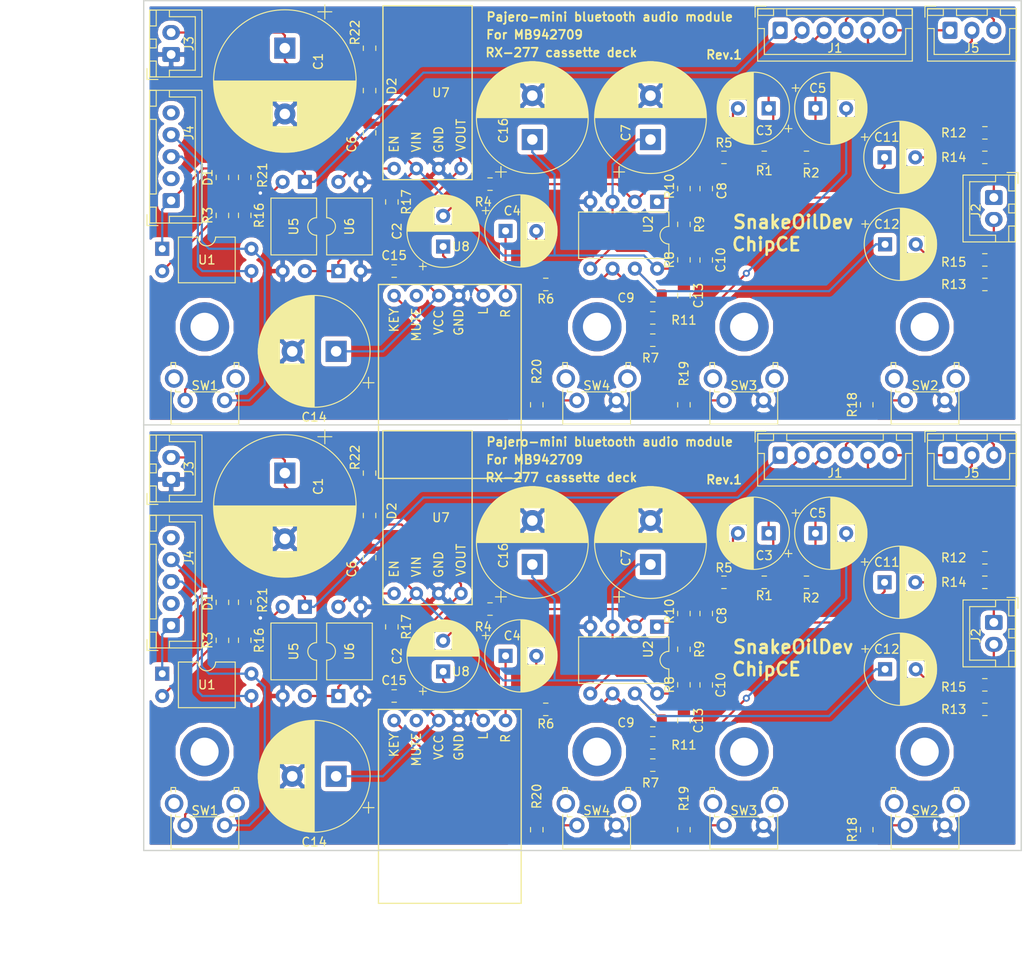
<source format=kicad_pcb>
(kicad_pcb (version 20171130) (host pcbnew 5.0.2+dfsg1-1)
  (layers (0 F.Cu signal) (31 B.Cu signal) (34 B.Paste user) (35 F.Paste user) (36 B.SilkS user) (37 F.SilkS user) (38 B.Mask user) (39 F.Mask user) (44 Edge.Cuts user))
  (net 0 "")
  (net 1 12V)
  (net 2 GND)
  (net 3 BLUETOOTH_L)
  (net 4 "Net-(C2-Pad2)")
  (net 5 "Net-(C3-Pad2)")
  (net 6 EXT_L)
  (net 7 BLUETOOTH_R)
  (net 8 "Net-(C4-Pad2)")
  (net 9 "Net-(C5-Pad2)")
  (net 10 EXT_R)
  (net 11 V_BIAS)
  (net 12 "Net-(C8-Pad2)")
  (net 13 "Net-(C11-Pad1)")
  (net 14 "Net-(C9-Pad2)")
  (net 15 "Net-(C12-Pad1)")
  (net 16 "Net-(C11-Pad2)")
  (net 17 "Net-(C12-Pad2)")
  (net 18 5V)
  (net 19 MOTOR)
  (net 20 "Net-(D1-Pad1)")
  (net 21 "Net-(D2-Pad1)")
  (net 22 AMP_MUTE)
  (net 23 GND_2)
  (net 24 VCC_2)
  (net 25 LINE_R)
  (net 26 LINE_L)
  (net 27 "Net-(J4-Pad2)")
  (net 28 TAPE)
  (net 29 COM)
  (net 30 "Net-(J4-Pad5)")
  (net 31 "Net-(R3-Pad1)")
  (net 32 "Net-(R16-Pad1)")
  (net 33 "Net-(R17-Pad2)")
  (net 34 "Net-(R18-Pad1)")
  (net 35 "Net-(R18-Pad2)")
  (net 36 "Net-(R19-Pad2)")
  (net 37 "Net-(R20-Pad2)")
  (net 38 5V_EN)
  (net 39 "Net-(U8-Pad5)")
  (module Capacitor_THT:CP_Radial_D12.5mm_P5.00mm (layer F.Cu) (at 105.41 168.298002 90)
    (fp_text reference C16 (at 1.016 -3.302 90) (layer F.SilkS))
    (fp_text value 100u)
    (pad 2 thru_hole circle (at 5 0 90) (size 2.4 2.4) (drill 1.2) (layers *.Cu *.Mask) (net 2 GND))
    (pad 1 thru_hole rect (at 0 0 90) (size 2.4 2.4) (drill 1.2) (layers *.Cu *.Mask) (net 1 12V))
  )
  (module MountingHole:MountingHole_3.2mm_M3_DIN965_Pad (layer F.Cu) (at 150.114 189.634002)
    (fp_text reference REF** hide)
    (fp_text value MountingHole_3.2mm_M3_DIN965_Pad hide)
    (pad 1 thru_hole circle (at 0 0) (size 5.6 5.6) (drill 3.2) (layers *.Cu *.Mask))
  )
  (module MountingHole:MountingHole_3.2mm_M3_DIN965_Pad (layer F.Cu) (at 129.54 189.634002)
    (fp_text reference REF** hide)
    (fp_text value MountingHole_3.2mm_M3_DIN965_Pad hide)
    (pad 1 thru_hole circle (at 0 0) (size 5.6 5.6) (drill 3.2) (layers *.Cu *.Mask))
  )
  (module MountingHole:MountingHole_3.2mm_M3_DIN965_Pad (layer F.Cu) (at 112.776 189.634002)
    (fp_text reference REF** hide)
    (fp_text value MountingHole_3.2mm_M3_DIN965_Pad hide)
    (pad 1 thru_hole circle (at 0 0) (size 5.6 5.6) (drill 3.2) (layers *.Cu *.Mask))
  )
  (module MountingHole:MountingHole_3.2mm_M3_DIN965_Pad (layer F.Cu) (at 68.072 189.634002)
    (fp_text reference REF** hide)
    (fp_text value MountingHole_3.2mm_M3_DIN965_Pad)
    (pad 1 thru_hole circle (at 0 0) (size 5.6 5.6) (drill 3.2) (layers *.Cu *.Mask))
  )
  (module Resistor_SMD:R_0805_2012Metric_Pad1.15x1.40mm_HandSolder (layer F.Cu) (at 122.682 186.078002 270)
    (fp_text reference C13 (at 0 -1.65 270) (layer F.SilkS))
    (fp_text value 100n)
    (pad 2 smd roundrect (at 1.025 0 270) (size 1.15 1.4) (layers F.Cu F.Paste F.Mask) (roundrect_rratio 0.217391) (net 2 GND))
    (pad 1 smd roundrect (at -1.025 0 270) (size 1.15 1.4) (layers F.Cu F.Paste F.Mask) (roundrect_rratio 0.217391) (net 1 12V))
  )
  (module Package_DIP:DIP-8_W7.62mm (layer F.Cu) (at 119.634 175.388133 270)
    (fp_text reference U2 (at 2.561869 1.016 270) (layer F.SilkS))
    (fp_text value Opamp_Dual_Generic)
    (pad 8 thru_hole oval (at 7.62 0 270) (size 1.6 1.6) (drill 0.8) (layers *.Cu *.Mask) (net 1 12V))
    (pad 4 thru_hole oval (at 0 7.62 270) (size 1.6 1.6) (drill 0.8) (layers *.Cu *.Mask) (net 2 GND))
    (pad 7 thru_hole oval (at 7.62 2.54 270) (size 1.6 1.6) (drill 0.8) (layers *.Cu *.Mask) (net 15 "Net-(C12-Pad1)"))
    (pad 3 thru_hole oval (at 0 5.08 270) (size 1.6 1.6) (drill 0.8) (layers *.Cu *.Mask) (net 11 V_BIAS))
    (pad 6 thru_hole oval (at 7.62 5.08 270) (size 1.6 1.6) (drill 0.8) (layers *.Cu *.Mask) (net 14 "Net-(C9-Pad2)"))
    (pad 2 thru_hole oval (at 0 2.54 270) (size 1.6 1.6) (drill 0.8) (layers *.Cu *.Mask) (net 12 "Net-(C8-Pad2)"))
    (pad 5 thru_hole oval (at 7.62 7.62 270) (size 1.6 1.6) (drill 0.8) (layers *.Cu *.Mask) (net 11 V_BIAS))
    (pad 1 thru_hole rect (at 0 0 270) (size 1.6 1.6) (drill 0.8) (layers *.Cu *.Mask) (net 13 "Net-(C11-Pad1)"))
  )
  (module custom-footprints:Bluettoth-module-M18 (layer F.Cu) (at 97.282 180.998002 180)
    (fp_text reference U8 (at 0 0.5 180) (layer F.SilkS))
    (fp_text value Bluetooth-M18)
    (fp_text user R (at -5.08 -7.112 270) (layer F.SilkS))
    (fp_text user L (at -2.54 -6.858 270) (layer F.SilkS))
    (fp_text user GND (at 0.254 -8.128 270) (layer F.SilkS))
    (fp_text user VCC (at 2.54 -8.128 270) (layer F.SilkS))
    (fp_text user MUTE (at 5.08 -8.382 270) (layer F.SilkS))
    (fp_text user KEY (at 7.62 -7.874 270) (layer F.SilkS))
    (pad 6 thru_hole circle (at 7.62 -5.08 180) (size 1.524 1.524) (drill 0.762) (layers *.Cu *.Mask) (net 34 "Net-(R18-Pad1)"))
    (pad 5 thru_hole circle (at 5.08 -5.08 180) (size 1.524 1.524) (drill 0.762) (layers *.Cu *.Mask) (net 39 "Net-(U8-Pad5)"))
    (pad 4 thru_hole circle (at 2.54 -5.08 180) (size 1.524 1.524) (drill 0.762) (layers *.Cu *.Mask) (net 18 5V))
    (pad 3 thru_hole circle (at 0.254 -5.08 180) (size 1.524 1.524) (drill 0.762) (layers *.Cu *.Mask) (net 2 GND))
    (pad 2 thru_hole circle (at -2.54 -5.08 180) (size 1.524 1.524) (drill 0.762) (layers *.Cu *.Mask) (net 3 BLUETOOTH_L))
    (pad 1 thru_hole circle (at -5.08 -5.08 180) (size 1.524 1.524) (drill 0.762) (layers *.Cu *.Mask) (net 7 BLUETOOTH_R))
  )
  (module custom-footprints:Buck-converter-3A (layer F.Cu) (at 92.202 171.600002)
    (fp_text reference U7 (at 2.794 -8.636) (layer F.SilkS))
    (fp_text value buck-converter-3A)
    (fp_text user VOUT (at 5.08 -3.81 90) (layer F.SilkS))
    (fp_text user GND (at 2.54 -3.302 90) (layer F.SilkS))
    (fp_text user VIN (at 0 -3.048 270) (layer F.SilkS))
    (fp_text user EN (at -2.54 -2.794 90) (layer F.SilkS))
    (pad 4 thru_hole circle (at 5.08 0) (size 1.524 1.524) (drill 0.762) (layers *.Cu *.Mask) (net 18 5V))
    (pad 3 thru_hole circle (at 2.54 0) (size 1.524 1.524) (drill 0.762) (layers *.Cu *.Mask) (net 2 GND))
    (pad 2 thru_hole circle (at 0 0) (size 1.524 1.524) (drill 0.762) (layers *.Cu *.Mask) (net 1 12V))
    (pad 1 thru_hole circle (at -2.54 0) (size 1.524 1.524) (drill 0.762) (layers *.Cu *.Mask) (net 38 5V_EN))
  )
  (module Package_DIP:DIP-4_W10.16mm (layer F.Cu) (at 83.312 183.284002 90)
    (fp_text reference U6 (at 5.08 1.27 90) (layer F.SilkS))
    (fp_text value TLP785)
    (pad 4 thru_hole oval (at 10.16 0 90) (size 1.6 1.6) (drill 0.8) (layers *.Cu *.Mask) (net 38 5V_EN))
    (pad 2 thru_hole oval (at 0 2.54 90) (size 1.6 1.6) (drill 0.8) (layers *.Cu *.Mask) (net 2 GND))
    (pad 3 thru_hole oval (at 10.16 2.54 90) (size 1.6 1.6) (drill 0.8) (layers *.Cu *.Mask) (net 2 GND))
    (pad 1 thru_hole rect (at 0 0 90) (size 1.6 1.6) (drill 0.8) (layers *.Cu *.Mask) (net 33 "Net-(R17-Pad2)"))
  )
  (module Package_DIP:DIP-4_W10.16mm (layer F.Cu) (at 79.502 173.124002 270)
    (fp_text reference U5 (at 5.08 1.27 270) (layer F.SilkS))
    (fp_text value TLP785)
    (pad 1 thru_hole rect (at 0 0 270) (size 1.6 1.6) (drill 0.8) (layers *.Cu *.Mask) (net 19 MOTOR))
    (pad 3 thru_hole oval (at 10.16 2.54 270) (size 1.6 1.6) (drill 0.8) (layers *.Cu *.Mask) (net 2 GND))
    (pad 2 thru_hole oval (at 0 2.54 270) (size 1.6 1.6) (drill 0.8) (layers *.Cu *.Mask) (net 32 "Net-(R16-Pad1)"))
    (pad 4 thru_hole oval (at 10.16 0 270) (size 1.6 1.6) (drill 0.8) (layers *.Cu *.Mask) (net 33 "Net-(R17-Pad2)"))
  )
  (module Package_DIP:DIP-4_W10.16mm (layer F.Cu) (at 63.246 180.744002)
    (fp_text reference U1 (at 5.08 1.27) (layer F.SilkS))
    (fp_text value TLP785)
    (pad 4 thru_hole oval (at 10.16 0) (size 1.6 1.6) (drill 0.8) (layers *.Cu *.Mask) (net 29 COM))
    (pad 2 thru_hole oval (at 0 2.54) (size 1.6 1.6) (drill 0.8) (layers *.Cu *.Mask) (net 31 "Net-(R3-Pad1)"))
    (pad 3 thru_hole oval (at 10.16 2.54) (size 1.6 1.6) (drill 0.8) (layers *.Cu *.Mask) (net 28 TAPE))
    (pad 1 thru_hole rect (at 0 0) (size 1.6 1.6) (drill 0.8) (layers *.Cu *.Mask) (net 19 MOTOR))
  )
  (module Button_Switch_THT:SW_Tactile_SPST_Angled_PTS645Vx83-2LFS (layer F.Cu) (at 114.99 198.016002 180)
    (fp_text reference SW4 (at 2.25 1.68 180) (layer F.SilkS))
    (fp_text value PREV/DOWN)
    (pad "" thru_hole circle (at 5.76 2.49 180) (size 2.1 2.1) (drill 1.3) (layers *.Cu *.Mask))
    (pad 2 thru_hole circle (at 4.5 0 180) (size 1.75 1.75) (drill 0.99) (layers *.Cu *.Mask) (net 37 "Net-(R20-Pad2)"))
    (pad 1 thru_hole circle (at 0 0 180) (size 1.75 1.75) (drill 0.99) (layers *.Cu *.Mask) (net 2 GND))
    (pad "" thru_hole circle (at -1.25 2.49 180) (size 2.1 2.1) (drill 1.3) (layers *.Cu *.Mask))
  )
  (module Button_Switch_THT:SW_Tactile_SPST_Angled_PTS645Vx83-2LFS (layer F.Cu) (at 131.754 198.016002 180)
    (fp_text reference SW3 (at 2.25 1.68 180) (layer F.SilkS))
    (fp_text value NEXT/UP)
    (pad "" thru_hole circle (at -1.25 2.49 180) (size 2.1 2.1) (drill 1.3) (layers *.Cu *.Mask))
    (pad 1 thru_hole circle (at 0 0 180) (size 1.75 1.75) (drill 0.99) (layers *.Cu *.Mask) (net 2 GND))
    (pad 2 thru_hole circle (at 4.5 0 180) (size 1.75 1.75) (drill 0.99) (layers *.Cu *.Mask) (net 36 "Net-(R19-Pad2)"))
    (pad "" thru_hole circle (at 5.76 2.49 180) (size 2.1 2.1) (drill 1.3) (layers *.Cu *.Mask))
  )
  (module Button_Switch_THT:SW_Tactile_SPST_Angled_PTS645Vx83-2LFS (layer F.Cu) (at 152.4 198.016002 180)
    (fp_text reference SW2 (at 2.25 1.68 180) (layer F.SilkS))
    (fp_text value PLAY/PAUSE)
    (pad "" thru_hole circle (at 5.76 2.49 180) (size 2.1 2.1) (drill 1.3) (layers *.Cu *.Mask))
    (pad 2 thru_hole circle (at 4.5 0 180) (size 1.75 1.75) (drill 0.99) (layers *.Cu *.Mask) (net 35 "Net-(R18-Pad2)"))
    (pad 1 thru_hole circle (at 0 0 180) (size 1.75 1.75) (drill 0.99) (layers *.Cu *.Mask) (net 2 GND))
    (pad "" thru_hole circle (at -1.25 2.49 180) (size 2.1 2.1) (drill 1.3) (layers *.Cu *.Mask))
  )
  (module Button_Switch_THT:SW_Tactile_SPST_Angled_PTS645Vx83-2LFS (layer F.Cu) (at 70.358 198.016002 180)
    (fp_text reference SW1 (at 2.25 1.68 180) (layer F.SilkS))
    (fp_text value TAPE_SW)
    (pad "" thru_hole circle (at -1.25 2.49 180) (size 2.1 2.1) (drill 1.3) (layers *.Cu *.Mask))
    (pad 1 thru_hole circle (at 0 0 180) (size 1.75 1.75) (drill 0.99) (layers *.Cu *.Mask) (net 29 COM))
    (pad 2 thru_hole circle (at 4.5 0 180) (size 1.75 1.75) (drill 0.99) (layers *.Cu *.Mask) (net 28 TAPE))
    (pad "" thru_hole circle (at 5.76 2.49 180) (size 2.1 2.1) (drill 1.3) (layers *.Cu *.Mask))
  )
  (module Resistor_SMD:R_0805_2012Metric_Pad1.15x1.40mm_HandSolder (layer F.Cu) (at 86.868 157.893002 90)
    (fp_text reference R22 (at 1.787 -1.65 90) (layer F.SilkS))
    (fp_text value 2K2)
    (pad 1 smd roundrect (at -1.025 0 90) (size 1.15 1.4) (layers F.Cu F.Paste F.Mask) (roundrect_rratio 0.217391) (net 21 "Net-(D2-Pad1)"))
    (pad 2 smd roundrect (at 1.025 0 90) (size 1.15 1.4) (layers F.Cu F.Paste F.Mask) (roundrect_rratio 0.217391) (net 2 GND))
  )
  (module Resistor_SMD:R_0805_2012Metric_Pad1.15x1.40mm_HandSolder (layer F.Cu) (at 72.644 172.607002 90)
    (fp_text reference R21 (at 0.245 2.032 90) (layer F.SilkS))
    (fp_text value 4K7)
    (pad 2 smd roundrect (at 1.025 0 90) (size 1.15 1.4) (layers F.Cu F.Paste F.Mask) (roundrect_rratio 0.217391) (net 2 GND))
    (pad 1 smd roundrect (at -1.025 0 90) (size 1.15 1.4) (layers F.Cu F.Paste F.Mask) (roundrect_rratio 0.217391) (net 20 "Net-(D1-Pad1)"))
  )
  (module Resistor_SMD:R_0805_2012Metric_Pad1.15x1.40mm_HandSolder (layer F.Cu) (at 105.918 198.515002 90)
    (fp_text reference R20 (at 3.801 0 90) (layer F.SilkS))
    (fp_text value 9.1K)
    (pad 2 smd roundrect (at 1.025 0 90) (size 1.15 1.4) (layers F.Cu F.Paste F.Mask) (roundrect_rratio 0.217391) (net 37 "Net-(R20-Pad2)"))
    (pad 1 smd roundrect (at -1.025 0 90) (size 1.15 1.4) (layers F.Cu F.Paste F.Mask) (roundrect_rratio 0.217391) (net 34 "Net-(R18-Pad1)"))
  )
  (module Resistor_SMD:R_0805_2012Metric_Pad1.15x1.40mm_HandSolder (layer F.Cu) (at 122.682 198.515002 90)
    (fp_text reference R19 (at 3.547 0 90) (layer F.SilkS))
    (fp_text value 33K)
    (pad 1 smd roundrect (at -1.025 0 90) (size 1.15 1.4) (layers F.Cu F.Paste F.Mask) (roundrect_rratio 0.217391) (net 34 "Net-(R18-Pad1)"))
    (pad 2 smd roundrect (at 1.025 0 90) (size 1.15 1.4) (layers F.Cu F.Paste F.Mask) (roundrect_rratio 0.217391) (net 36 "Net-(R19-Pad2)"))
  )
  (module Resistor_SMD:R_0805_2012Metric_Pad1.15x1.40mm_HandSolder (layer F.Cu) (at 143.51 198.515002 90)
    (fp_text reference R18 (at 0 -1.65 90) (layer F.SilkS))
    (fp_text value 51K)
    (pad 2 smd roundrect (at 1.025 0 90) (size 1.15 1.4) (layers F.Cu F.Paste F.Mask) (roundrect_rratio 0.217391) (net 35 "Net-(R18-Pad2)"))
    (pad 1 smd roundrect (at -1.025 0 90) (size 1.15 1.4) (layers F.Cu F.Paste F.Mask) (roundrect_rratio 0.217391) (net 34 "Net-(R18-Pad1)"))
  )
  (module Resistor_SMD:R_0805_2012Metric_Pad1.15x1.40mm_HandSolder (layer F.Cu) (at 89.408 175.410002 270)
    (fp_text reference R17 (at 0 -1.65 270) (layer F.SilkS))
    (fp_text value 4K7)
    (pad 1 smd roundrect (at -1.025 0 270) (size 1.15 1.4) (layers F.Cu F.Paste F.Mask) (roundrect_rratio 0.217391) (net 1 12V))
    (pad 2 smd roundrect (at 1.025 0 270) (size 1.15 1.4) (layers F.Cu F.Paste F.Mask) (roundrect_rratio 0.217391) (net 33 "Net-(R17-Pad2)"))
  )
  (module Resistor_SMD:R_0805_2012Metric_Pad1.15x1.40mm_HandSolder (layer F.Cu) (at 72.644 176.934002 270)
    (fp_text reference R16 (at 0 -1.65 270) (layer F.SilkS))
    (fp_text value 4K7)
    (pad 2 smd roundrect (at 1.025 0 270) (size 1.15 1.4) (layers F.Cu F.Paste F.Mask) (roundrect_rratio 0.217391) (net 2 GND))
    (pad 1 smd roundrect (at -1.025 0 270) (size 1.15 1.4) (layers F.Cu F.Paste F.Mask) (roundrect_rratio 0.217391) (net 32 "Net-(R16-Pad1)"))
  )
  (module Resistor_SMD:R_0805_2012Metric_Pad1.15x1.40mm_HandSolder (layer F.Cu) (at 156.963 182.014002 180)
    (fp_text reference R15 (at 3.547 -0.254 180) (layer F.SilkS))
    (fp_text value 1K)
    (pad 2 smd roundrect (at 1.025 0 180) (size 1.15 1.4) (layers F.Cu F.Paste F.Mask) (roundrect_rratio 0.217391) (net 17 "Net-(C12-Pad2)"))
    (pad 1 smd roundrect (at -1.025 0 180) (size 1.15 1.4) (layers F.Cu F.Paste F.Mask) (roundrect_rratio 0.217391) (net 25 LINE_R))
  )
  (module Resistor_SMD:R_0805_2012Metric_Pad1.15x1.40mm_HandSolder (layer F.Cu) (at 156.963 170.330002 180)
    (fp_text reference R14 (at 3.547 0 180) (layer F.SilkS))
    (fp_text value 1K)
    (pad 1 smd roundrect (at -1.025 0 180) (size 1.15 1.4) (layers F.Cu F.Paste F.Mask) (roundrect_rratio 0.217391) (net 26 LINE_L))
    (pad 2 smd roundrect (at 1.025 0 180) (size 1.15 1.4) (layers F.Cu F.Paste F.Mask) (roundrect_rratio 0.217391) (net 16 "Net-(C11-Pad2)"))
  )
  (module Resistor_SMD:R_0805_2012Metric_Pad1.15x1.40mm_HandSolder (layer F.Cu) (at 156.972 184.808002 180)
    (fp_text reference R13 (at 3.556 0 180) (layer F.SilkS))
    (fp_text value 10K)
    (pad 1 smd roundrect (at -1.025 0 180) (size 1.15 1.4) (layers F.Cu F.Paste F.Mask) (roundrect_rratio 0.217391) (net 2 GND))
    (pad 2 smd roundrect (at 1.025 0 180) (size 1.15 1.4) (layers F.Cu F.Paste F.Mask) (roundrect_rratio 0.217391) (net 17 "Net-(C12-Pad2)"))
  )
  (module Resistor_SMD:R_0805_2012Metric_Pad1.15x1.40mm_HandSolder (layer F.Cu) (at 156.972 167.536002 180)
    (fp_text reference R12 (at 3.556 0 180) (layer F.SilkS))
    (fp_text value 10K)
    (pad 2 smd roundrect (at 1.025 0 180) (size 1.15 1.4) (layers F.Cu F.Paste F.Mask) (roundrect_rratio 0.217391) (net 16 "Net-(C11-Pad2)"))
    (pad 1 smd roundrect (at -1.025 0 180) (size 1.15 1.4) (layers F.Cu F.Paste F.Mask) (roundrect_rratio 0.217391) (net 2 GND))
  )
  (module Resistor_SMD:R_0805_2012Metric_Pad1.15x1.40mm_HandSolder (layer F.Cu) (at 119.135 188.618002 180)
    (fp_text reference R11 (at -3.547 -0.254 180) (layer F.SilkS))
    (fp_text value 15K)
    (pad 2 smd roundrect (at 1.025 0 180) (size 1.15 1.4) (layers F.Cu F.Paste F.Mask) (roundrect_rratio 0.217391) (net 14 "Net-(C9-Pad2)"))
    (pad 1 smd roundrect (at -1.025 0 180) (size 1.15 1.4) (layers F.Cu F.Paste F.Mask) (roundrect_rratio 0.217391) (net 15 "Net-(C12-Pad1)"))
  )
  (module Resistor_SMD:R_0805_2012Metric_Pad1.15x1.40mm_HandSolder (layer F.Cu) (at 122.682 173.886002 90)
    (fp_text reference R10 (at 0.254 -1.65 90) (layer F.SilkS))
    (fp_text value 15K)
    (pad 1 smd roundrect (at -1.025 0 90) (size 1.15 1.4) (layers F.Cu F.Paste F.Mask) (roundrect_rratio 0.217391) (net 13 "Net-(C11-Pad1)"))
    (pad 2 smd roundrect (at 1.025 0 90) (size 1.15 1.4) (layers F.Cu F.Paste F.Mask) (roundrect_rratio 0.217391) (net 12 "Net-(C8-Pad2)"))
  )
  (module Resistor_SMD:R_0805_2012Metric_Pad1.15x1.40mm_HandSolder (layer F.Cu) (at 122.682 177.959002 90)
    (fp_text reference R9 (at 0 1.778 90) (layer F.SilkS))
    (fp_text value 47k)
    (pad 1 smd roundrect (at -1.025 0 90) (size 1.15 1.4) (layers F.Cu F.Paste F.Mask) (roundrect_rratio 0.217391) (net 11 V_BIAS))
    (pad 2 smd roundrect (at 1.025 0 90) (size 1.15 1.4) (layers F.Cu F.Paste F.Mask) (roundrect_rratio 0.217391) (net 2 GND))
  )
  (module Resistor_SMD:R_0805_2012Metric_Pad1.15x1.40mm_HandSolder (layer F.Cu) (at 122.682 182.005002 90)
    (fp_text reference R8 (at 0 -1.65 90) (layer F.SilkS))
    (fp_text value 47k)
    (pad 2 smd roundrect (at 1.025 0 90) (size 1.15 1.4) (layers F.Cu F.Paste F.Mask) (roundrect_rratio 0.217391) (net 11 V_BIAS))
    (pad 1 smd roundrect (at -1.025 0 90) (size 1.15 1.4) (layers F.Cu F.Paste F.Mask) (roundrect_rratio 0.217391) (net 1 12V))
  )
  (module Resistor_SMD:R_0805_2012Metric_Pad1.15x1.40mm_HandSolder (layer F.Cu) (at 119.135 191.158002)
    (fp_text reference R7 (at -0.263 2.032) (layer F.SilkS))
    (fp_text value 15K)
    (pad 1 smd roundrect (at -1.025 0) (size 1.15 1.4) (layers F.Cu F.Paste F.Mask) (roundrect_rratio 0.217391) (net 14 "Net-(C9-Pad2)"))
    (pad 2 smd roundrect (at 1.025 0) (size 1.15 1.4) (layers F.Cu F.Paste F.Mask) (roundrect_rratio 0.217391) (net 9 "Net-(C5-Pad2)"))
  )
  (module Resistor_SMD:R_0805_2012Metric_Pad1.15x1.40mm_HandSolder (layer F.Cu) (at 106.943 184.808002 180)
    (fp_text reference R6 (at 0 -1.65 180) (layer F.SilkS))
    (fp_text value 10K)
    (pad 1 smd roundrect (at -1.025 0 180) (size 1.15 1.4) (layers F.Cu F.Paste F.Mask) (roundrect_rratio 0.217391) (net 14 "Net-(C9-Pad2)"))
    (pad 2 smd roundrect (at 1.025 0 180) (size 1.15 1.4) (layers F.Cu F.Paste F.Mask) (roundrect_rratio 0.217391) (net 8 "Net-(C4-Pad2)"))
  )
  (module Resistor_SMD:R_0805_2012Metric_Pad1.15x1.40mm_HandSolder (layer F.Cu) (at 127.245 170.330002)
    (fp_text reference R5 (at 0 -1.65) (layer F.SilkS))
    (fp_text value 15K)
    (pad 2 smd roundrect (at 1.025 0) (size 1.15 1.4) (layers F.Cu F.Paste F.Mask) (roundrect_rratio 0.217391) (net 5 "Net-(C3-Pad2)"))
    (pad 1 smd roundrect (at -1.025 0) (size 1.15 1.4) (layers F.Cu F.Paste F.Mask) (roundrect_rratio 0.217391) (net 12 "Net-(C8-Pad2)"))
  )
  (module Resistor_SMD:R_0805_2012Metric_Pad1.15x1.40mm_HandSolder (layer F.Cu) (at 100.593 173.378002 180)
    (fp_text reference R4 (at 0.771 -2.032 180) (layer F.SilkS))
    (fp_text value 10K)
    (pad 2 smd roundrect (at 1.025 0 180) (size 1.15 1.4) (layers F.Cu F.Paste F.Mask) (roundrect_rratio 0.217391) (net 4 "Net-(C2-Pad2)"))
    (pad 1 smd roundrect (at -1.025 0 180) (size 1.15 1.4) (layers F.Cu F.Paste F.Mask) (roundrect_rratio 0.217391) (net 12 "Net-(C8-Pad2)"))
  )
  (module Resistor_SMD:R_0805_2012Metric_Pad1.15x1.40mm_HandSolder (layer F.Cu) (at 70.104 176.943002 90)
    (fp_text reference R3 (at 0 -1.65 90) (layer F.SilkS))
    (fp_text value 4K7)
    (pad 1 smd roundrect (at -1.025 0 90) (size 1.15 1.4) (layers F.Cu F.Paste F.Mask) (roundrect_rratio 0.217391) (net 31 "Net-(R3-Pad1)"))
    (pad 2 smd roundrect (at 1.025 0 90) (size 1.15 1.4) (layers F.Cu F.Paste F.Mask) (roundrect_rratio 0.217391) (net 2 GND))
  )
  (module Resistor_SMD:R_0805_2012Metric_Pad1.15x1.40mm_HandSolder (layer F.Cu) (at 136.643 170.330002)
    (fp_text reference R2 (at 0.517 1.778) (layer F.SilkS))
    (fp_text value 10K)
    (pad 2 smd roundrect (at 1.025 0) (size 1.15 1.4) (layers F.Cu F.Paste F.Mask) (roundrect_rratio 0.217391) (net 10 EXT_R))
    (pad 1 smd roundrect (at -1.025 0) (size 1.15 1.4) (layers F.Cu F.Paste F.Mask) (roundrect_rratio 0.217391) (net 2 GND))
  )
  (module Resistor_SMD:R_0805_2012Metric_Pad1.15x1.40mm_HandSolder (layer F.Cu) (at 131.835 170.330002)
    (fp_text reference R1 (at 0 1.524) (layer F.SilkS))
    (fp_text value 10K)
    (pad 2 smd roundrect (at 1.025 0) (size 1.15 1.4) (layers F.Cu F.Paste F.Mask) (roundrect_rratio 0.217391) (net 6 EXT_L))
    (pad 1 smd roundrect (at -1.025 0) (size 1.15 1.4) (layers F.Cu F.Paste F.Mask) (roundrect_rratio 0.217391) (net 2 GND))
  )
  (module Connector_JST:JST_XH_B03B-XH-A_1x03_P2.50mm_Vertical (layer F.Cu) (at 152.988 155.852002)
    (fp_text reference J5 (at 2.5 2.032) (layer F.SilkS))
    (fp_text value PWR_2)
    (pad 3 thru_hole oval (at 5 0) (size 1.7 1.95) (drill 0.95) (layers *.Cu *.Mask) (net 22 AMP_MUTE))
    (pad 2 thru_hole oval (at 2.5 0) (size 1.7 1.95) (drill 0.95) (layers *.Cu *.Mask) (net 23 GND_2))
    (pad 1 thru_hole roundrect (at 0 0) (size 1.7 1.95) (drill 0.95) (layers *.Cu *.Mask) (roundrect_rratio 0.147059) (net 24 VCC_2))
  )
  (module Connector_JST:JST_XH_B05B-XH-A_1x05_P2.50mm_Vertical (layer F.Cu) (at 64.262 175.250002 90)
    (fp_text reference J4 (at 7.714 2.032 90) (layer F.SilkS))
    (fp_text value TAPE_CONTROL)
    (pad 5 thru_hole oval (at 10 0 90) (size 1.7 1.95) (drill 0.95) (layers *.Cu *.Mask) (net 30 "Net-(J4-Pad5)"))
    (pad 4 thru_hole oval (at 7.5 0 90) (size 1.7 1.95) (drill 0.95) (layers *.Cu *.Mask) (net 29 COM))
    (pad 3 thru_hole oval (at 5 0 90) (size 1.7 1.95) (drill 0.95) (layers *.Cu *.Mask) (net 28 TAPE))
    (pad 2 thru_hole oval (at 2.5 0 90) (size 1.7 1.95) (drill 0.95) (layers *.Cu *.Mask) (net 27 "Net-(J4-Pad2)"))
    (pad 1 thru_hole roundrect (at 0 0 90) (size 1.7 1.95) (drill 0.95) (layers *.Cu *.Mask) (roundrect_rratio 0.147059) (net 19 MOTOR))
  )
  (module Connector_JST:JST_XH_B02B-XH-A_1x02_P2.50mm_Vertical (layer F.Cu) (at 64.262 158.606002 90)
    (fp_text reference J3 (at 1.23 2.032 90) (layer F.SilkS))
    (fp_text value PWR_1)
    (pad 1 thru_hole roundrect (at 0 0 90) (size 1.7 2) (drill 1) (layers *.Cu *.Mask) (roundrect_rratio 0.147059) (net 2 GND))
    (pad 2 thru_hole oval (at 2.5 0 90) (size 1.7 2) (drill 1) (layers *.Cu *.Mask) (net 1 12V))
  )
  (module Connector_JST:JST_XH_B02B-XH-A_1x02_P2.50mm_Vertical (layer F.Cu) (at 157.988 174.902002 270)
    (fp_text reference J2 (at 1.524 2.032 270) (layer F.SilkS))
    (fp_text value LINE)
    (pad 2 thru_hole oval (at 2.5 0 270) (size 1.7 2) (drill 1) (layers *.Cu *.Mask) (net 25 LINE_R))
    (pad 1 thru_hole roundrect (at 0 0 270) (size 1.7 2) (drill 1) (layers *.Cu *.Mask) (roundrect_rratio 0.147059) (net 26 LINE_L))
  )
  (module Connector_JST:JST_XH_B06B-XH-A_1x06_P2.50mm_Vertical (layer F.Cu) (at 133.644 155.852002)
    (fp_text reference J1 (at 6.25 2.032) (layer F.SilkS))
    (fp_text value EXT)
    (pad 6 thru_hole oval (at 12.5 0) (size 1.7 1.95) (drill 0.95) (layers *.Cu *.Mask) (net 24 VCC_2))
    (pad 5 thru_hole oval (at 10 0) (size 1.7 1.95) (drill 0.95) (layers *.Cu *.Mask) (net 23 GND_2))
    (pad 4 thru_hole oval (at 7.5 0) (size 1.7 1.95) (drill 0.95) (layers *.Cu *.Mask) (net 22 AMP_MUTE))
    (pad 3 thru_hole oval (at 5 0) (size 1.7 1.95) (drill 0.95) (layers *.Cu *.Mask) (net 10 EXT_R))
    (pad 2 thru_hole oval (at 2.5 0) (size 1.7 1.95) (drill 0.95) (layers *.Cu *.Mask) (net 6 EXT_L))
    (pad 1 thru_hole roundrect (at 0 0) (size 1.7 1.95) (drill 0.95) (layers *.Cu *.Mask) (roundrect_rratio 0.147059) (net 19 MOTOR))
  )
  (module Resistor_SMD:R_0805_2012Metric_Pad1.15x1.40mm_HandSolder (layer F.Cu) (at 86.868 162.719002 270)
    (fp_text reference D2 (at -0.517 -2.54 270) (layer F.SilkS))
    (fp_text value LED)
    (pad 2 smd roundrect (at 1.025 0 270) (size 1.15 1.4) (layers F.Cu F.Paste F.Mask) (roundrect_rratio 0.217391) (net 18 5V))
    (pad 1 smd roundrect (at -1.025 0 270) (size 1.15 1.4) (layers F.Cu F.Paste F.Mask) (roundrect_rratio 0.217391) (net 21 "Net-(D2-Pad1)"))
  )
  (module Resistor_SMD:R_0805_2012Metric_Pad1.15x1.40mm_HandSolder (layer F.Cu) (at 70.104 172.616002 90)
    (fp_text reference D1 (at 0 -1.65 90) (layer F.SilkS))
    (fp_text value LED)
    (pad 1 smd roundrect (at -1.025 0 90) (size 1.15 1.4) (layers F.Cu F.Paste F.Mask) (roundrect_rratio 0.217391) (net 20 "Net-(D1-Pad1)"))
    (pad 2 smd roundrect (at 1.025 0 90) (size 1.15 1.4) (layers F.Cu F.Paste F.Mask) (roundrect_rratio 0.217391) (net 19 MOTOR))
  )
  (module Resistor_SMD:R_0805_2012Metric_Pad1.15x1.40mm_HandSolder (layer F.Cu) (at 89.671 183.284002 180)
    (fp_text reference C15 (at 0.009 1.778 180) (layer F.SilkS))
    (fp_text value 100n)
    (pad 1 smd roundrect (at -1.025 0 180) (size 1.15 1.4) (layers F.Cu F.Paste F.Mask) (roundrect_rratio 0.217391) (net 18 5V))
    (pad 2 smd roundrect (at 1.025 0 180) (size 1.15 1.4) (layers F.Cu F.Paste F.Mask) (roundrect_rratio 0.217391) (net 2 GND))
  )
  (module Capacitor_THT:CP_Radial_D12.5mm_P5.00mm (layer F.Cu) (at 83.058 192.428002 180)
    (fp_text reference C14 (at 2.5 -7.5 180) (layer F.SilkS))
    (fp_text value 220u)
    (pad 2 thru_hole circle (at 5 0 180) (size 2.4 2.4) (drill 1.2) (layers *.Cu *.Mask) (net 2 GND))
    (pad 1 thru_hole rect (at 0 0 180) (size 2.4 2.4) (drill 1.2) (layers *.Cu *.Mask) (net 18 5V))
  )
  (module Capacitor_THT:CP_Radial_D8.0mm_P3.50mm (layer F.Cu) (at 145.598 180.236002)
    (fp_text reference C12 (at 0.198 -2.286) (layer F.SilkS))
    (fp_text value 10u)
    (pad 2 thru_hole circle (at 3.5 0) (size 1.6 1.6) (drill 0.8) (layers *.Cu *.Mask) (net 17 "Net-(C12-Pad2)"))
    (pad 1 thru_hole rect (at 0 0) (size 1.6 1.6) (drill 0.8) (layers *.Cu *.Mask) (net 15 "Net-(C12-Pad1)"))
  )
  (module Capacitor_THT:CP_Radial_D8.0mm_P3.50mm (layer F.Cu) (at 145.542 170.330002)
    (fp_text reference C11 (at 0.254 -2.286) (layer F.SilkS))
    (fp_text value 10u)
    (pad 1 thru_hole rect (at 0 0) (size 1.6 1.6) (drill 0.8) (layers *.Cu *.Mask) (net 13 "Net-(C11-Pad1)"))
    (pad 2 thru_hole circle (at 3.5 0) (size 1.6 1.6) (drill 0.8) (layers *.Cu *.Mask) (net 16 "Net-(C11-Pad2)"))
  )
  (module Resistor_SMD:R_0805_2012Metric_Pad1.15x1.40mm_HandSolder (layer F.Cu) (at 125.222 182.023002 270)
    (fp_text reference C10 (at 0 -1.65 270) (layer F.SilkS))
    (fp_text value 100n)
    (pad 2 smd roundrect (at 1.025 0 270) (size 1.15 1.4) (layers F.Cu F.Paste F.Mask) (roundrect_rratio 0.217391) (net 2 GND))
    (pad 1 smd roundrect (at -1.025 0 270) (size 1.15 1.4) (layers F.Cu F.Paste F.Mask) (roundrect_rratio 0.217391) (net 11 V_BIAS))
  )
  (module Resistor_SMD:R_0805_2012Metric_Pad1.15x1.40mm_HandSolder (layer F.Cu) (at 119.135 186.078002 180)
    (fp_text reference C9 (at 3.057 -0.254 180) (layer F.SilkS))
    (fp_text value 470p)
    (pad 1 smd roundrect (at -1.025 0 180) (size 1.15 1.4) (layers F.Cu F.Paste F.Mask) (roundrect_rratio 0.217391) (net 15 "Net-(C12-Pad1)"))
    (pad 2 smd roundrect (at 1.025 0 180) (size 1.15 1.4) (layers F.Cu F.Paste F.Mask) (roundrect_rratio 0.217391) (net 14 "Net-(C9-Pad2)"))
  )
  (module Resistor_SMD:R_0805_2012Metric_Pad1.15x1.40mm_HandSolder (layer F.Cu) (at 125.222 173.886002 90)
    (fp_text reference C8 (at -0.254 1.778 90) (layer F.SilkS))
    (fp_text value 470p)
    (pad 1 smd roundrect (at -1.025 0 90) (size 1.15 1.4) (layers F.Cu F.Paste F.Mask) (roundrect_rratio 0.217391) (net 13 "Net-(C11-Pad1)"))
    (pad 2 smd roundrect (at 1.025 0 90) (size 1.15 1.4) (layers F.Cu F.Paste F.Mask) (roundrect_rratio 0.217391) (net 12 "Net-(C8-Pad2)"))
  )
  (module Capacitor_THT:CP_Radial_D12.5mm_P5.00mm (layer F.Cu) (at 118.872 168.298002 90)
    (fp_text reference C7 (at 0.762 -2.794 90) (layer F.SilkS))
    (fp_text value 100u)
    (pad 1 thru_hole rect (at 0 0 90) (size 2.4 2.4) (drill 1.2) (layers *.Cu *.Mask) (net 11 V_BIAS))
    (pad 2 thru_hole circle (at 5 0 90) (size 2.4 2.4) (drill 1.2) (layers *.Cu *.Mask) (net 2 GND))
  )
  (module Resistor_SMD:R_0805_2012Metric_Pad1.15x1.40mm_HandSolder (layer F.Cu) (at 86.868 167.536002 90)
    (fp_text reference C6 (at -1.27 -2.032 90) (layer F.SilkS))
    (fp_text value 100n)
    (pad 2 smd roundrect (at 1.025 0 90) (size 1.15 1.4) (layers F.Cu F.Paste F.Mask) (roundrect_rratio 0.217391) (net 2 GND))
    (pad 1 smd roundrect (at -1.025 0 90) (size 1.15 1.4) (layers F.Cu F.Paste F.Mask) (roundrect_rratio 0.217391) (net 1 12V))
  )
  (module Capacitor_THT:CP_Radial_D8.0mm_P3.50mm (layer F.Cu) (at 137.668 164.742002)
    (fp_text reference C5 (at 0.254 -2.286) (layer F.SilkS))
    (fp_text value 10u)
    (pad 1 thru_hole rect (at 0 0) (size 1.6 1.6) (drill 0.8) (layers *.Cu *.Mask) (net 10 EXT_R))
    (pad 2 thru_hole circle (at 3.5 0) (size 1.6 1.6) (drill 0.8) (layers *.Cu *.Mask) (net 9 "Net-(C5-Pad2)"))
  )
  (module Capacitor_THT:CP_Radial_D8.0mm_P3.50mm (layer F.Cu) (at 102.362 178.712002)
    (fp_text reference C4 (at 0.762 -2.286) (layer F.SilkS))
    (fp_text value 10u)
    (pad 2 thru_hole circle (at 3.5 0) (size 1.6 1.6) (drill 0.8) (layers *.Cu *.Mask) (net 8 "Net-(C4-Pad2)"))
    (pad 1 thru_hole rect (at 0 0) (size 1.6 1.6) (drill 0.8) (layers *.Cu *.Mask) (net 7 BLUETOOTH_R))
  )
  (module Capacitor_THT:CP_Radial_D8.0mm_P3.50mm (layer F.Cu) (at 132.334 164.742002 180)
    (fp_text reference C3 (at 0.508 -2.54 180) (layer F.SilkS))
    (fp_text value 10u)
    (pad 1 thru_hole rect (at 0 0 180) (size 1.6 1.6) (drill 0.8) (layers *.Cu *.Mask) (net 6 EXT_L))
    (pad 2 thru_hole circle (at 3.5 0 180) (size 1.6 1.6) (drill 0.8) (layers *.Cu *.Mask) (net 5 "Net-(C3-Pad2)"))
  )
  (module Capacitor_THT:CP_Radial_D8.0mm_P3.50mm (layer F.Cu) (at 95.25 180.490002 90)
    (fp_text reference C2 (at 1.75 -5.25 90) (layer F.SilkS))
    (fp_text value 10u)
    (pad 2 thru_hole circle (at 3.5 0 90) (size 1.6 1.6) (drill 0.8) (layers *.Cu *.Mask) (net 4 "Net-(C2-Pad2)"))
    (pad 1 thru_hole rect (at 0 0 90) (size 1.6 1.6) (drill 0.8) (layers *.Cu *.Mask) (net 3 BLUETOOTH_L))
  )
  (module Capacitor_THT:CP_Radial_D16.0mm_P7.50mm (layer F.Cu) (at 77.216 157.884002 270)
    (fp_text reference C1 (at 1.524 -3.81 270) (layer F.SilkS))
    (fp_text value 470u)
    (pad 2 thru_hole circle (at 7.5 0 270) (size 2.4 2.4) (drill 1.2) (layers *.Cu *.Mask) (net 2 GND))
    (pad 1 thru_hole rect (at 0 0 270) (size 2.4 2.4) (drill 1.2) (layers *.Cu *.Mask) (net 1 12V))
  )
  (module Capacitor_THT:CP_Radial_D16.0mm_P7.50mm (layer F.Cu) (at 77.216 109.474 270)
    (fp_text reference C1 (at 1.524 -3.81 270) (layer F.SilkS))
    (fp_text value 470u)
    (pad 1 thru_hole rect (at 0 0 270) (size 2.4 2.4) (drill 1.2) (layers *.Cu *.Mask) (net 1 12V))
    (pad 2 thru_hole circle (at 7.5 0 270) (size 2.4 2.4) (drill 1.2) (layers *.Cu *.Mask) (net 2 GND))
  )
  (module Capacitor_THT:CP_Radial_D8.0mm_P3.50mm (layer F.Cu) (at 95.25 132.08 90)
    (fp_text reference C2 (at 1.75 -5.25 90) (layer F.SilkS))
    (fp_text value 10u)
    (pad 1 thru_hole rect (at 0 0 90) (size 1.6 1.6) (drill 0.8) (layers *.Cu *.Mask) (net 3 BLUETOOTH_L))
    (pad 2 thru_hole circle (at 3.5 0 90) (size 1.6 1.6) (drill 0.8) (layers *.Cu *.Mask) (net 4 "Net-(C2-Pad2)"))
  )
  (module Capacitor_THT:CP_Radial_D8.0mm_P3.50mm (layer F.Cu) (at 132.334 116.332 180)
    (fp_text reference C3 (at 0.508 -2.54 180) (layer F.SilkS))
    (fp_text value 10u)
    (pad 2 thru_hole circle (at 3.5 0 180) (size 1.6 1.6) (drill 0.8) (layers *.Cu *.Mask) (net 5 "Net-(C3-Pad2)"))
    (pad 1 thru_hole rect (at 0 0 180) (size 1.6 1.6) (drill 0.8) (layers *.Cu *.Mask) (net 6 EXT_L))
  )
  (module Capacitor_THT:CP_Radial_D8.0mm_P3.50mm (layer F.Cu) (at 102.362 130.302)
    (fp_text reference C4 (at 0.762 -2.286) (layer F.SilkS))
    (fp_text value 10u)
    (pad 1 thru_hole rect (at 0 0) (size 1.6 1.6) (drill 0.8) (layers *.Cu *.Mask) (net 7 BLUETOOTH_R))
    (pad 2 thru_hole circle (at 3.5 0) (size 1.6 1.6) (drill 0.8) (layers *.Cu *.Mask) (net 8 "Net-(C4-Pad2)"))
  )
  (module Capacitor_THT:CP_Radial_D8.0mm_P3.50mm (layer F.Cu) (at 137.668 116.332)
    (fp_text reference C5 (at 0.254 -2.286) (layer F.SilkS))
    (fp_text value 10u)
    (pad 2 thru_hole circle (at 3.5 0) (size 1.6 1.6) (drill 0.8) (layers *.Cu *.Mask) (net 9 "Net-(C5-Pad2)"))
    (pad 1 thru_hole rect (at 0 0) (size 1.6 1.6) (drill 0.8) (layers *.Cu *.Mask) (net 10 EXT_R))
  )
  (module Resistor_SMD:R_0805_2012Metric_Pad1.15x1.40mm_HandSolder (layer F.Cu) (at 86.868 119.126 90)
    (fp_text reference C6 (at -1.27 -2.032 90) (layer F.SilkS))
    (fp_text value 100n)
    (pad 1 smd roundrect (at -1.025 0 90) (size 1.15 1.4) (layers F.Cu F.Paste F.Mask) (roundrect_rratio 0.217391) (net 1 12V))
    (pad 2 smd roundrect (at 1.025 0 90) (size 1.15 1.4) (layers F.Cu F.Paste F.Mask) (roundrect_rratio 0.217391) (net 2 GND))
  )
  (module Capacitor_THT:CP_Radial_D12.5mm_P5.00mm (layer F.Cu) (at 118.872 119.888 90)
    (fp_text reference C7 (at 0.762 -2.794 90) (layer F.SilkS))
    (fp_text value 100u)
    (pad 2 thru_hole circle (at 5 0 90) (size 2.4 2.4) (drill 1.2) (layers *.Cu *.Mask) (net 2 GND))
    (pad 1 thru_hole rect (at 0 0 90) (size 2.4 2.4) (drill 1.2) (layers *.Cu *.Mask) (net 11 V_BIAS))
  )
  (module Resistor_SMD:R_0805_2012Metric_Pad1.15x1.40mm_HandSolder (layer F.Cu) (at 125.222 125.476 90)
    (fp_text reference C8 (at -0.254 1.778 90) (layer F.SilkS))
    (fp_text value 470p)
    (pad 2 smd roundrect (at 1.025 0 90) (size 1.15 1.4) (layers F.Cu F.Paste F.Mask) (roundrect_rratio 0.217391) (net 12 "Net-(C8-Pad2)"))
    (pad 1 smd roundrect (at -1.025 0 90) (size 1.15 1.4) (layers F.Cu F.Paste F.Mask) (roundrect_rratio 0.217391) (net 13 "Net-(C11-Pad1)"))
  )
  (module Resistor_SMD:R_0805_2012Metric_Pad1.15x1.40mm_HandSolder (layer F.Cu) (at 119.135 137.668 180)
    (fp_text reference C9 (at 3.057 -0.254 180) (layer F.SilkS))
    (fp_text value 470p)
    (pad 2 smd roundrect (at 1.025 0 180) (size 1.15 1.4) (layers F.Cu F.Paste F.Mask) (roundrect_rratio 0.217391) (net 14 "Net-(C9-Pad2)"))
    (pad 1 smd roundrect (at -1.025 0 180) (size 1.15 1.4) (layers F.Cu F.Paste F.Mask) (roundrect_rratio 0.217391) (net 15 "Net-(C12-Pad1)"))
  )
  (module Resistor_SMD:R_0805_2012Metric_Pad1.15x1.40mm_HandSolder (layer F.Cu) (at 125.222 133.613 270)
    (fp_text reference C10 (at 0 -1.65 270) (layer F.SilkS))
    (fp_text value 100n)
    (pad 1 smd roundrect (at -1.025 0 270) (size 1.15 1.4) (layers F.Cu F.Paste F.Mask) (roundrect_rratio 0.217391) (net 11 V_BIAS))
    (pad 2 smd roundrect (at 1.025 0 270) (size 1.15 1.4) (layers F.Cu F.Paste F.Mask) (roundrect_rratio 0.217391) (net 2 GND))
  )
  (module Capacitor_THT:CP_Radial_D8.0mm_P3.50mm (layer F.Cu) (at 145.542 121.92)
    (fp_text reference C11 (at 0.254 -2.286) (layer F.SilkS))
    (fp_text value 10u)
    (pad 2 thru_hole circle (at 3.5 0) (size 1.6 1.6) (drill 0.8) (layers *.Cu *.Mask) (net 16 "Net-(C11-Pad2)"))
    (pad 1 thru_hole rect (at 0 0) (size 1.6 1.6) (drill 0.8) (layers *.Cu *.Mask) (net 13 "Net-(C11-Pad1)"))
  )
  (module Capacitor_THT:CP_Radial_D8.0mm_P3.50mm (layer F.Cu) (at 145.598 131.826)
    (fp_text reference C12 (at 0.198 -2.286) (layer F.SilkS))
    (fp_text value 10u)
    (pad 1 thru_hole rect (at 0 0) (size 1.6 1.6) (drill 0.8) (layers *.Cu *.Mask) (net 15 "Net-(C12-Pad1)"))
    (pad 2 thru_hole circle (at 3.5 0) (size 1.6 1.6) (drill 0.8) (layers *.Cu *.Mask) (net 17 "Net-(C12-Pad2)"))
  )
  (module Capacitor_THT:CP_Radial_D12.5mm_P5.00mm (layer F.Cu) (at 83.058 144.018 180)
    (fp_text reference C14 (at 2.5 -7.5 180) (layer F.SilkS))
    (fp_text value 220u)
    (pad 1 thru_hole rect (at 0 0 180) (size 2.4 2.4) (drill 1.2) (layers *.Cu *.Mask) (net 18 5V))
    (pad 2 thru_hole circle (at 5 0 180) (size 2.4 2.4) (drill 1.2) (layers *.Cu *.Mask) (net 2 GND))
  )
  (module Resistor_SMD:R_0805_2012Metric_Pad1.15x1.40mm_HandSolder (layer F.Cu) (at 89.671 134.874 180)
    (fp_text reference C15 (at 0.009 1.778 180) (layer F.SilkS))
    (fp_text value 100n)
    (pad 2 smd roundrect (at 1.025 0 180) (size 1.15 1.4) (layers F.Cu F.Paste F.Mask) (roundrect_rratio 0.217391) (net 2 GND))
    (pad 1 smd roundrect (at -1.025 0 180) (size 1.15 1.4) (layers F.Cu F.Paste F.Mask) (roundrect_rratio 0.217391) (net 18 5V))
  )
  (module Resistor_SMD:R_0805_2012Metric_Pad1.15x1.40mm_HandSolder (layer F.Cu) (at 70.104 124.206 90)
    (fp_text reference D1 (at 0 -1.65 90) (layer F.SilkS))
    (fp_text value LED)
    (pad 2 smd roundrect (at 1.025 0 90) (size 1.15 1.4) (layers F.Cu F.Paste F.Mask) (roundrect_rratio 0.217391) (net 19 MOTOR))
    (pad 1 smd roundrect (at -1.025 0 90) (size 1.15 1.4) (layers F.Cu F.Paste F.Mask) (roundrect_rratio 0.217391) (net 20 "Net-(D1-Pad1)"))
  )
  (module Resistor_SMD:R_0805_2012Metric_Pad1.15x1.40mm_HandSolder (layer F.Cu) (at 86.868 114.309 270)
    (fp_text reference D2 (at -0.517 -2.54 270) (layer F.SilkS))
    (fp_text value LED)
    (pad 1 smd roundrect (at -1.025 0 270) (size 1.15 1.4) (layers F.Cu F.Paste F.Mask) (roundrect_rratio 0.217391) (net 21 "Net-(D2-Pad1)"))
    (pad 2 smd roundrect (at 1.025 0 270) (size 1.15 1.4) (layers F.Cu F.Paste F.Mask) (roundrect_rratio 0.217391) (net 18 5V))
  )
  (module Connector_JST:JST_XH_B06B-XH-A_1x06_P2.50mm_Vertical (layer F.Cu) (at 133.644 107.442)
    (fp_text reference J1 (at 6.25 2.032) (layer F.SilkS))
    (fp_text value EXT)
    (pad 1 thru_hole roundrect (at 0 0) (size 1.7 1.95) (drill 0.95) (layers *.Cu *.Mask) (roundrect_rratio 0.147059) (net 19 MOTOR))
    (pad 2 thru_hole oval (at 2.5 0) (size 1.7 1.95) (drill 0.95) (layers *.Cu *.Mask) (net 6 EXT_L))
    (pad 3 thru_hole oval (at 5 0) (size 1.7 1.95) (drill 0.95) (layers *.Cu *.Mask) (net 10 EXT_R))
    (pad 4 thru_hole oval (at 7.5 0) (size 1.7 1.95) (drill 0.95) (layers *.Cu *.Mask) (net 22 AMP_MUTE))
    (pad 5 thru_hole oval (at 10 0) (size 1.7 1.95) (drill 0.95) (layers *.Cu *.Mask) (net 23 GND_2))
    (pad 6 thru_hole oval (at 12.5 0) (size 1.7 1.95) (drill 0.95) (layers *.Cu *.Mask) (net 24 VCC_2))
  )
  (module Connector_JST:JST_XH_B02B-XH-A_1x02_P2.50mm_Vertical (layer F.Cu) (at 157.988 126.492 270)
    (fp_text reference J2 (at 1.524 2.032 270) (layer F.SilkS))
    (fp_text value LINE)
    (pad 1 thru_hole roundrect (at 0 0 270) (size 1.7 2) (drill 1) (layers *.Cu *.Mask) (roundrect_rratio 0.147059) (net 26 LINE_L))
    (pad 2 thru_hole oval (at 2.5 0 270) (size 1.7 2) (drill 1) (layers *.Cu *.Mask) (net 25 LINE_R))
  )
  (module Connector_JST:JST_XH_B02B-XH-A_1x02_P2.50mm_Vertical (layer F.Cu) (at 64.262 110.196 90)
    (fp_text reference J3 (at 1.23 2.032 90) (layer F.SilkS))
    (fp_text value PWR_1)
    (pad 2 thru_hole oval (at 2.5 0 90) (size 1.7 2) (drill 1) (layers *.Cu *.Mask) (net 1 12V))
    (pad 1 thru_hole roundrect (at 0 0 90) (size 1.7 2) (drill 1) (layers *.Cu *.Mask) (roundrect_rratio 0.147059) (net 2 GND))
  )
  (module Connector_JST:JST_XH_B05B-XH-A_1x05_P2.50mm_Vertical (layer F.Cu) (at 64.262 126.84 90)
    (fp_text reference J4 (at 7.714 2.032 90) (layer F.SilkS))
    (fp_text value TAPE_CONTROL)
    (pad 1 thru_hole roundrect (at 0 0 90) (size 1.7 1.95) (drill 0.95) (layers *.Cu *.Mask) (roundrect_rratio 0.147059) (net 19 MOTOR))
    (pad 2 thru_hole oval (at 2.5 0 90) (size 1.7 1.95) (drill 0.95) (layers *.Cu *.Mask) (net 27 "Net-(J4-Pad2)"))
    (pad 3 thru_hole oval (at 5 0 90) (size 1.7 1.95) (drill 0.95) (layers *.Cu *.Mask) (net 28 TAPE))
    (pad 4 thru_hole oval (at 7.5 0 90) (size 1.7 1.95) (drill 0.95) (layers *.Cu *.Mask) (net 29 COM))
    (pad 5 thru_hole oval (at 10 0 90) (size 1.7 1.95) (drill 0.95) (layers *.Cu *.Mask) (net 30 "Net-(J4-Pad5)"))
  )
  (module Connector_JST:JST_XH_B03B-XH-A_1x03_P2.50mm_Vertical (layer F.Cu) (at 152.988 107.442)
    (fp_text reference J5 (at 2.5 2.032) (layer F.SilkS))
    (fp_text value PWR_2)
    (pad 1 thru_hole roundrect (at 0 0) (size 1.7 1.95) (drill 0.95) (layers *.Cu *.Mask) (roundrect_rratio 0.147059) (net 24 VCC_2))
    (pad 2 thru_hole oval (at 2.5 0) (size 1.7 1.95) (drill 0.95) (layers *.Cu *.Mask) (net 23 GND_2))
    (pad 3 thru_hole oval (at 5 0) (size 1.7 1.95) (drill 0.95) (layers *.Cu *.Mask) (net 22 AMP_MUTE))
  )
  (module Resistor_SMD:R_0805_2012Metric_Pad1.15x1.40mm_HandSolder (layer F.Cu) (at 131.835 121.92)
    (fp_text reference R1 (at 0 1.524) (layer F.SilkS))
    (fp_text value 10K)
    (pad 1 smd roundrect (at -1.025 0) (size 1.15 1.4) (layers F.Cu F.Paste F.Mask) (roundrect_rratio 0.217391) (net 2 GND))
    (pad 2 smd roundrect (at 1.025 0) (size 1.15 1.4) (layers F.Cu F.Paste F.Mask) (roundrect_rratio 0.217391) (net 6 EXT_L))
  )
  (module Resistor_SMD:R_0805_2012Metric_Pad1.15x1.40mm_HandSolder (layer F.Cu) (at 136.643 121.92)
    (fp_text reference R2 (at 0.517 1.778) (layer F.SilkS))
    (fp_text value 10K)
    (pad 1 smd roundrect (at -1.025 0) (size 1.15 1.4) (layers F.Cu F.Paste F.Mask) (roundrect_rratio 0.217391) (net 2 GND))
    (pad 2 smd roundrect (at 1.025 0) (size 1.15 1.4) (layers F.Cu F.Paste F.Mask) (roundrect_rratio 0.217391) (net 10 EXT_R))
  )
  (module Resistor_SMD:R_0805_2012Metric_Pad1.15x1.40mm_HandSolder (layer F.Cu) (at 70.104 128.533 90)
    (fp_text reference R3 (at 0 -1.65 90) (layer F.SilkS))
    (fp_text value 4K7)
    (pad 2 smd roundrect (at 1.025 0 90) (size 1.15 1.4) (layers F.Cu F.Paste F.Mask) (roundrect_rratio 0.217391) (net 2 GND))
    (pad 1 smd roundrect (at -1.025 0 90) (size 1.15 1.4) (layers F.Cu F.Paste F.Mask) (roundrect_rratio 0.217391) (net 31 "Net-(R3-Pad1)"))
  )
  (module Resistor_SMD:R_0805_2012Metric_Pad1.15x1.40mm_HandSolder (layer F.Cu) (at 100.593 124.968 180)
    (fp_text reference R4 (at 0.771 -2.032 180) (layer F.SilkS))
    (fp_text value 10K)
    (pad 1 smd roundrect (at -1.025 0 180) (size 1.15 1.4) (layers F.Cu F.Paste F.Mask) (roundrect_rratio 0.217391) (net 12 "Net-(C8-Pad2)"))
    (pad 2 smd roundrect (at 1.025 0 180) (size 1.15 1.4) (layers F.Cu F.Paste F.Mask) (roundrect_rratio 0.217391) (net 4 "Net-(C2-Pad2)"))
  )
  (module Resistor_SMD:R_0805_2012Metric_Pad1.15x1.40mm_HandSolder (layer F.Cu) (at 127.245 121.92)
    (fp_text reference R5 (at 0 -1.65) (layer F.SilkS))
    (fp_text value 15K)
    (pad 1 smd roundrect (at -1.025 0) (size 1.15 1.4) (layers F.Cu F.Paste F.Mask) (roundrect_rratio 0.217391) (net 12 "Net-(C8-Pad2)"))
    (pad 2 smd roundrect (at 1.025 0) (size 1.15 1.4) (layers F.Cu F.Paste F.Mask) (roundrect_rratio 0.217391) (net 5 "Net-(C3-Pad2)"))
  )
  (module Resistor_SMD:R_0805_2012Metric_Pad1.15x1.40mm_HandSolder (layer F.Cu) (at 106.943 136.398 180)
    (fp_text reference R6 (at 0 -1.65 180) (layer F.SilkS))
    (fp_text value 10K)
    (pad 2 smd roundrect (at 1.025 0 180) (size 1.15 1.4) (layers F.Cu F.Paste F.Mask) (roundrect_rratio 0.217391) (net 8 "Net-(C4-Pad2)"))
    (pad 1 smd roundrect (at -1.025 0 180) (size 1.15 1.4) (layers F.Cu F.Paste F.Mask) (roundrect_rratio 0.217391) (net 14 "Net-(C9-Pad2)"))
  )
  (module Resistor_SMD:R_0805_2012Metric_Pad1.15x1.40mm_HandSolder (layer F.Cu) (at 119.135 142.748)
    (fp_text reference R7 (at -0.263 2.032) (layer F.SilkS))
    (fp_text value 15K)
    (pad 2 smd roundrect (at 1.025 0) (size 1.15 1.4) (layers F.Cu F.Paste F.Mask) (roundrect_rratio 0.217391) (net 9 "Net-(C5-Pad2)"))
    (pad 1 smd roundrect (at -1.025 0) (size 1.15 1.4) (layers F.Cu F.Paste F.Mask) (roundrect_rratio 0.217391) (net 14 "Net-(C9-Pad2)"))
  )
  (module Resistor_SMD:R_0805_2012Metric_Pad1.15x1.40mm_HandSolder (layer F.Cu) (at 122.682 133.595 90)
    (fp_text reference R8 (at 0 -1.65 90) (layer F.SilkS))
    (fp_text value 47k)
    (pad 1 smd roundrect (at -1.025 0 90) (size 1.15 1.4) (layers F.Cu F.Paste F.Mask) (roundrect_rratio 0.217391) (net 1 12V))
    (pad 2 smd roundrect (at 1.025 0 90) (size 1.15 1.4) (layers F.Cu F.Paste F.Mask) (roundrect_rratio 0.217391) (net 11 V_BIAS))
  )
  (module Resistor_SMD:R_0805_2012Metric_Pad1.15x1.40mm_HandSolder (layer F.Cu) (at 122.682 129.549 90)
    (fp_text reference R9 (at 0 1.778 90) (layer F.SilkS))
    (fp_text value 47k)
    (pad 2 smd roundrect (at 1.025 0 90) (size 1.15 1.4) (layers F.Cu F.Paste F.Mask) (roundrect_rratio 0.217391) (net 2 GND))
    (pad 1 smd roundrect (at -1.025 0 90) (size 1.15 1.4) (layers F.Cu F.Paste F.Mask) (roundrect_rratio 0.217391) (net 11 V_BIAS))
  )
  (module Resistor_SMD:R_0805_2012Metric_Pad1.15x1.40mm_HandSolder (layer F.Cu) (at 122.682 125.476 90)
    (fp_text reference R10 (at 0.254 -1.65 90) (layer F.SilkS))
    (fp_text value 15K)
    (pad 2 smd roundrect (at 1.025 0 90) (size 1.15 1.4) (layers F.Cu F.Paste F.Mask) (roundrect_rratio 0.217391) (net 12 "Net-(C8-Pad2)"))
    (pad 1 smd roundrect (at -1.025 0 90) (size 1.15 1.4) (layers F.Cu F.Paste F.Mask) (roundrect_rratio 0.217391) (net 13 "Net-(C11-Pad1)"))
  )
  (module Resistor_SMD:R_0805_2012Metric_Pad1.15x1.40mm_HandSolder (layer F.Cu) (at 119.135 140.208 180)
    (fp_text reference R11 (at -3.547 -0.254 180) (layer F.SilkS))
    (fp_text value 15K)
    (pad 1 smd roundrect (at -1.025 0 180) (size 1.15 1.4) (layers F.Cu F.Paste F.Mask) (roundrect_rratio 0.217391) (net 15 "Net-(C12-Pad1)"))
    (pad 2 smd roundrect (at 1.025 0 180) (size 1.15 1.4) (layers F.Cu F.Paste F.Mask) (roundrect_rratio 0.217391) (net 14 "Net-(C9-Pad2)"))
  )
  (module Resistor_SMD:R_0805_2012Metric_Pad1.15x1.40mm_HandSolder (layer F.Cu) (at 156.972 119.126 180)
    (fp_text reference R12 (at 3.556 0 180) (layer F.SilkS))
    (fp_text value 10K)
    (pad 1 smd roundrect (at -1.025 0 180) (size 1.15 1.4) (layers F.Cu F.Paste F.Mask) (roundrect_rratio 0.217391) (net 2 GND))
    (pad 2 smd roundrect (at 1.025 0 180) (size 1.15 1.4) (layers F.Cu F.Paste F.Mask) (roundrect_rratio 0.217391) (net 16 "Net-(C11-Pad2)"))
  )
  (module Resistor_SMD:R_0805_2012Metric_Pad1.15x1.40mm_HandSolder (layer F.Cu) (at 156.972 136.398 180)
    (fp_text reference R13 (at 3.556 0 180) (layer F.SilkS))
    (fp_text value 10K)
    (pad 2 smd roundrect (at 1.025 0 180) (size 1.15 1.4) (layers F.Cu F.Paste F.Mask) (roundrect_rratio 0.217391) (net 17 "Net-(C12-Pad2)"))
    (pad 1 smd roundrect (at -1.025 0 180) (size 1.15 1.4) (layers F.Cu F.Paste F.Mask) (roundrect_rratio 0.217391) (net 2 GND))
  )
  (module Resistor_SMD:R_0805_2012Metric_Pad1.15x1.40mm_HandSolder (layer F.Cu) (at 156.963 121.92 180)
    (fp_text reference R14 (at 3.547 0 180) (layer F.SilkS))
    (fp_text value 1K)
    (pad 2 smd roundrect (at 1.025 0 180) (size 1.15 1.4) (layers F.Cu F.Paste F.Mask) (roundrect_rratio 0.217391) (net 16 "Net-(C11-Pad2)"))
    (pad 1 smd roundrect (at -1.025 0 180) (size 1.15 1.4) (layers F.Cu F.Paste F.Mask) (roundrect_rratio 0.217391) (net 26 LINE_L))
  )
  (module Resistor_SMD:R_0805_2012Metric_Pad1.15x1.40mm_HandSolder (layer F.Cu) (at 156.963 133.604 180)
    (fp_text reference R15 (at 3.547 -0.254 180) (layer F.SilkS))
    (fp_text value 1K)
    (pad 1 smd roundrect (at -1.025 0 180) (size 1.15 1.4) (layers F.Cu F.Paste F.Mask) (roundrect_rratio 0.217391) (net 25 LINE_R))
    (pad 2 smd roundrect (at 1.025 0 180) (size 1.15 1.4) (layers F.Cu F.Paste F.Mask) (roundrect_rratio 0.217391) (net 17 "Net-(C12-Pad2)"))
  )
  (module Resistor_SMD:R_0805_2012Metric_Pad1.15x1.40mm_HandSolder (layer F.Cu) (at 72.644 128.524 270)
    (fp_text reference R16 (at 0 -1.65 270) (layer F.SilkS))
    (fp_text value 4K7)
    (pad 1 smd roundrect (at -1.025 0 270) (size 1.15 1.4) (layers F.Cu F.Paste F.Mask) (roundrect_rratio 0.217391) (net 32 "Net-(R16-Pad1)"))
    (pad 2 smd roundrect (at 1.025 0 270) (size 1.15 1.4) (layers F.Cu F.Paste F.Mask) (roundrect_rratio 0.217391) (net 2 GND))
  )
  (module Resistor_SMD:R_0805_2012Metric_Pad1.15x1.40mm_HandSolder (layer F.Cu) (at 89.408 127 270)
    (fp_text reference R17 (at 0 -1.65 270) (layer F.SilkS))
    (fp_text value 4K7)
    (pad 2 smd roundrect (at 1.025 0 270) (size 1.15 1.4) (layers F.Cu F.Paste F.Mask) (roundrect_rratio 0.217391) (net 33 "Net-(R17-Pad2)"))
    (pad 1 smd roundrect (at -1.025 0 270) (size 1.15 1.4) (layers F.Cu F.Paste F.Mask) (roundrect_rratio 0.217391) (net 1 12V))
  )
  (module Resistor_SMD:R_0805_2012Metric_Pad1.15x1.40mm_HandSolder (layer F.Cu) (at 143.51 150.105 90)
    (fp_text reference R18 (at 0 -1.65 90) (layer F.SilkS))
    (fp_text value 51K)
    (pad 1 smd roundrect (at -1.025 0 90) (size 1.15 1.4) (layers F.Cu F.Paste F.Mask) (roundrect_rratio 0.217391) (net 34 "Net-(R18-Pad1)"))
    (pad 2 smd roundrect (at 1.025 0 90) (size 1.15 1.4) (layers F.Cu F.Paste F.Mask) (roundrect_rratio 0.217391) (net 35 "Net-(R18-Pad2)"))
  )
  (module Resistor_SMD:R_0805_2012Metric_Pad1.15x1.40mm_HandSolder (layer F.Cu) (at 122.682 150.105 90)
    (fp_text reference R19 (at 3.547 0 90) (layer F.SilkS))
    (fp_text value 33K)
    (pad 2 smd roundrect (at 1.025 0 90) (size 1.15 1.4) (layers F.Cu F.Paste F.Mask) (roundrect_rratio 0.217391) (net 36 "Net-(R19-Pad2)"))
    (pad 1 smd roundrect (at -1.025 0 90) (size 1.15 1.4) (layers F.Cu F.Paste F.Mask) (roundrect_rratio 0.217391) (net 34 "Net-(R18-Pad1)"))
  )
  (module Resistor_SMD:R_0805_2012Metric_Pad1.15x1.40mm_HandSolder (layer F.Cu) (at 105.918 150.105 90)
    (fp_text reference R20 (at 3.801 0 90) (layer F.SilkS))
    (fp_text value 9.1K)
    (pad 1 smd roundrect (at -1.025 0 90) (size 1.15 1.4) (layers F.Cu F.Paste F.Mask) (roundrect_rratio 0.217391) (net 34 "Net-(R18-Pad1)"))
    (pad 2 smd roundrect (at 1.025 0 90) (size 1.15 1.4) (layers F.Cu F.Paste F.Mask) (roundrect_rratio 0.217391) (net 37 "Net-(R20-Pad2)"))
  )
  (module Resistor_SMD:R_0805_2012Metric_Pad1.15x1.40mm_HandSolder (layer F.Cu) (at 72.644 124.197 90)
    (fp_text reference R21 (at 0.245 2.032 90) (layer F.SilkS))
    (fp_text value 4K7)
    (pad 1 smd roundrect (at -1.025 0 90) (size 1.15 1.4) (layers F.Cu F.Paste F.Mask) (roundrect_rratio 0.217391) (net 20 "Net-(D1-Pad1)"))
    (pad 2 smd roundrect (at 1.025 0 90) (size 1.15 1.4) (layers F.Cu F.Paste F.Mask) (roundrect_rratio 0.217391) (net 2 GND))
  )
  (module Resistor_SMD:R_0805_2012Metric_Pad1.15x1.40mm_HandSolder (layer F.Cu) (at 86.868 109.483 90)
    (fp_text reference R22 (at 1.787 -1.65 90) (layer F.SilkS))
    (fp_text value 2K2)
    (pad 2 smd roundrect (at 1.025 0 90) (size 1.15 1.4) (layers F.Cu F.Paste F.Mask) (roundrect_rratio 0.217391) (net 2 GND))
    (pad 1 smd roundrect (at -1.025 0 90) (size 1.15 1.4) (layers F.Cu F.Paste F.Mask) (roundrect_rratio 0.217391) (net 21 "Net-(D2-Pad1)"))
  )
  (module Button_Switch_THT:SW_Tactile_SPST_Angled_PTS645Vx83-2LFS (layer F.Cu) (at 70.358 149.606 180)
    (fp_text reference SW1 (at 2.25 1.68 180) (layer F.SilkS))
    (fp_text value TAPE_SW)
    (pad "" thru_hole circle (at 5.76 2.49 180) (size 2.1 2.1) (drill 1.3) (layers *.Cu *.Mask))
    (pad 2 thru_hole circle (at 4.5 0 180) (size 1.75 1.75) (drill 0.99) (layers *.Cu *.Mask) (net 28 TAPE))
    (pad 1 thru_hole circle (at 0 0 180) (size 1.75 1.75) (drill 0.99) (layers *.Cu *.Mask) (net 29 COM))
    (pad "" thru_hole circle (at -1.25 2.49 180) (size 2.1 2.1) (drill 1.3) (layers *.Cu *.Mask))
  )
  (module Button_Switch_THT:SW_Tactile_SPST_Angled_PTS645Vx83-2LFS (layer F.Cu) (at 152.4 149.606 180)
    (fp_text reference SW2 (at 2.25 1.68 180) (layer F.SilkS))
    (fp_text value PLAY/PAUSE)
    (pad "" thru_hole circle (at -1.25 2.49 180) (size 2.1 2.1) (drill 1.3) (layers *.Cu *.Mask))
    (pad 1 thru_hole circle (at 0 0 180) (size 1.75 1.75) (drill 0.99) (layers *.Cu *.Mask) (net 2 GND))
    (pad 2 thru_hole circle (at 4.5 0 180) (size 1.75 1.75) (drill 0.99) (layers *.Cu *.Mask) (net 35 "Net-(R18-Pad2)"))
    (pad "" thru_hole circle (at 5.76 2.49 180) (size 2.1 2.1) (drill 1.3) (layers *.Cu *.Mask))
  )
  (module Button_Switch_THT:SW_Tactile_SPST_Angled_PTS645Vx83-2LFS (layer F.Cu) (at 131.754 149.606 180)
    (fp_text reference SW3 (at 2.25 1.68 180) (layer F.SilkS))
    (fp_text value NEXT/UP)
    (pad "" thru_hole circle (at 5.76 2.49 180) (size 2.1 2.1) (drill 1.3) (layers *.Cu *.Mask))
    (pad 2 thru_hole circle (at 4.5 0 180) (size 1.75 1.75) (drill 0.99) (layers *.Cu *.Mask) (net 36 "Net-(R19-Pad2)"))
    (pad 1 thru_hole circle (at 0 0 180) (size 1.75 1.75) (drill 0.99) (layers *.Cu *.Mask) (net 2 GND))
    (pad "" thru_hole circle (at -1.25 2.49 180) (size 2.1 2.1) (drill 1.3) (layers *.Cu *.Mask))
  )
  (module Button_Switch_THT:SW_Tactile_SPST_Angled_PTS645Vx83-2LFS (layer F.Cu) (at 114.99 149.606 180)
    (fp_text reference SW4 (at 2.25 1.68 180) (layer F.SilkS))
    (fp_text value PREV/DOWN)
    (pad "" thru_hole circle (at -1.25 2.49 180) (size 2.1 2.1) (drill 1.3) (layers *.Cu *.Mask))
    (pad 1 thru_hole circle (at 0 0 180) (size 1.75 1.75) (drill 0.99) (layers *.Cu *.Mask) (net 2 GND))
    (pad 2 thru_hole circle (at 4.5 0 180) (size 1.75 1.75) (drill 0.99) (layers *.Cu *.Mask) (net 37 "Net-(R20-Pad2)"))
    (pad "" thru_hole circle (at 5.76 2.49 180) (size 2.1 2.1) (drill 1.3) (layers *.Cu *.Mask))
  )
  (module Package_DIP:DIP-4_W10.16mm (layer F.Cu) (at 63.246 132.334)
    (fp_text reference U1 (at 5.08 1.27) (layer F.SilkS))
    (fp_text value TLP785)
    (pad 1 thru_hole rect (at 0 0) (size 1.6 1.6) (drill 0.8) (layers *.Cu *.Mask) (net 19 MOTOR))
    (pad 3 thru_hole oval (at 10.16 2.54) (size 1.6 1.6) (drill 0.8) (layers *.Cu *.Mask) (net 28 TAPE))
    (pad 2 thru_hole oval (at 0 2.54) (size 1.6 1.6) (drill 0.8) (layers *.Cu *.Mask) (net 31 "Net-(R3-Pad1)"))
    (pad 4 thru_hole oval (at 10.16 0) (size 1.6 1.6) (drill 0.8) (layers *.Cu *.Mask) (net 29 COM))
  )
  (module Package_DIP:DIP-4_W10.16mm (layer F.Cu) (at 79.502 124.714 270)
    (fp_text reference U5 (at 5.08 1.27 270) (layer F.SilkS))
    (fp_text value TLP785)
    (pad 4 thru_hole oval (at 10.16 0 270) (size 1.6 1.6) (drill 0.8) (layers *.Cu *.Mask) (net 33 "Net-(R17-Pad2)"))
    (pad 2 thru_hole oval (at 0 2.54 270) (size 1.6 1.6) (drill 0.8) (layers *.Cu *.Mask) (net 32 "Net-(R16-Pad1)"))
    (pad 3 thru_hole oval (at 10.16 2.54 270) (size 1.6 1.6) (drill 0.8) (layers *.Cu *.Mask) (net 2 GND))
    (pad 1 thru_hole rect (at 0 0 270) (size 1.6 1.6) (drill 0.8) (layers *.Cu *.Mask) (net 19 MOTOR))
  )
  (module Package_DIP:DIP-4_W10.16mm (layer F.Cu) (at 83.312 134.874 90)
    (fp_text reference U6 (at 5.08 1.27 90) (layer F.SilkS))
    (fp_text value TLP785)
    (pad 1 thru_hole rect (at 0 0 90) (size 1.6 1.6) (drill 0.8) (layers *.Cu *.Mask) (net 33 "Net-(R17-Pad2)"))
    (pad 3 thru_hole oval (at 10.16 2.54 90) (size 1.6 1.6) (drill 0.8) (layers *.Cu *.Mask) (net 2 GND))
    (pad 2 thru_hole oval (at 0 2.54 90) (size 1.6 1.6) (drill 0.8) (layers *.Cu *.Mask) (net 2 GND))
    (pad 4 thru_hole oval (at 10.16 0 90) (size 1.6 1.6) (drill 0.8) (layers *.Cu *.Mask) (net 38 5V_EN))
  )
  (module custom-footprints:Buck-converter-3A (layer F.Cu) (at 92.202 123.19)
    (fp_text reference U7 (at 2.794 -8.636) (layer F.SilkS))
    (fp_text value buck-converter-3A)
    (fp_text user EN (at -2.54 -2.794 90) (layer F.SilkS))
    (fp_text user VIN (at 0 -3.048 270) (layer F.SilkS))
    (fp_text user GND (at 2.54 -3.302 90) (layer F.SilkS))
    (fp_text user VOUT (at 5.08 -3.81 90) (layer F.SilkS))
    (pad 1 thru_hole circle (at -2.54 0) (size 1.524 1.524) (drill 0.762) (layers *.Cu *.Mask) (net 38 5V_EN))
    (pad 2 thru_hole circle (at 0 0) (size 1.524 1.524) (drill 0.762) (layers *.Cu *.Mask) (net 1 12V))
    (pad 3 thru_hole circle (at 2.54 0) (size 1.524 1.524) (drill 0.762) (layers *.Cu *.Mask) (net 2 GND))
    (pad 4 thru_hole circle (at 5.08 0) (size 1.524 1.524) (drill 0.762) (layers *.Cu *.Mask) (net 18 5V))
  )
  (module custom-footprints:Bluettoth-module-M18 (layer F.Cu) (at 97.282 132.588 180)
    (fp_text reference U8 (at 0 0.5 180) (layer F.SilkS))
    (fp_text value Bluetooth-M18)
    (fp_text user KEY (at 7.62 -7.874 270) (layer F.SilkS))
    (fp_text user MUTE (at 5.08 -8.382 270) (layer F.SilkS))
    (fp_text user VCC (at 2.54 -8.128 270) (layer F.SilkS))
    (fp_text user GND (at 0.254 -8.128 270) (layer F.SilkS))
    (fp_text user L (at -2.54 -6.858 270) (layer F.SilkS))
    (fp_text user R (at -5.08 -7.112 270) (layer F.SilkS))
    (pad 1 thru_hole circle (at -5.08 -5.08 180) (size 1.524 1.524) (drill 0.762) (layers *.Cu *.Mask) (net 7 BLUETOOTH_R))
    (pad 2 thru_hole circle (at -2.54 -5.08 180) (size 1.524 1.524) (drill 0.762) (layers *.Cu *.Mask) (net 3 BLUETOOTH_L))
    (pad 3 thru_hole circle (at 0.254 -5.08 180) (size 1.524 1.524) (drill 0.762) (layers *.Cu *.Mask) (net 2 GND))
    (pad 4 thru_hole circle (at 2.54 -5.08 180) (size 1.524 1.524) (drill 0.762) (layers *.Cu *.Mask) (net 18 5V))
    (pad 5 thru_hole circle (at 5.08 -5.08 180) (size 1.524 1.524) (drill 0.762) (layers *.Cu *.Mask) (net 39 "Net-(U8-Pad5)"))
    (pad 6 thru_hole circle (at 7.62 -5.08 180) (size 1.524 1.524) (drill 0.762) (layers *.Cu *.Mask) (net 34 "Net-(R18-Pad1)"))
  )
  (module Package_DIP:DIP-8_W7.62mm (layer F.Cu) (at 119.634 126.978131 270)
    (fp_text reference U2 (at 2.561869 1.016 270) (layer F.SilkS))
    (fp_text value Opamp_Dual_Generic)
    (pad 1 thru_hole rect (at 0 0 270) (size 1.6 1.6) (drill 0.8) (layers *.Cu *.Mask) (net 13 "Net-(C11-Pad1)"))
    (pad 5 thru_hole oval (at 7.62 7.62 270) (size 1.6 1.6) (drill 0.8) (layers *.Cu *.Mask) (net 11 V_BIAS))
    (pad 2 thru_hole oval (at 0 2.54 270) (size 1.6 1.6) (drill 0.8) (layers *.Cu *.Mask) (net 12 "Net-(C8-Pad2)"))
    (pad 6 thru_hole oval (at 7.62 5.08 270) (size 1.6 1.6) (drill 0.8) (layers *.Cu *.Mask) (net 14 "Net-(C9-Pad2)"))
    (pad 3 thru_hole oval (at 0 5.08 270) (size 1.6 1.6) (drill 0.8) (layers *.Cu *.Mask) (net 11 V_BIAS))
    (pad 7 thru_hole oval (at 7.62 2.54 270) (size 1.6 1.6) (drill 0.8) (layers *.Cu *.Mask) (net 15 "Net-(C12-Pad1)"))
    (pad 4 thru_hole oval (at 0 7.62 270) (size 1.6 1.6) (drill 0.8) (layers *.Cu *.Mask) (net 2 GND))
    (pad 8 thru_hole oval (at 7.62 0 270) (size 1.6 1.6) (drill 0.8) (layers *.Cu *.Mask) (net 1 12V))
  )
  (module Resistor_SMD:R_0805_2012Metric_Pad1.15x1.40mm_HandSolder (layer F.Cu) (at 122.682 137.668 270)
    (fp_text reference C13 (at 0 -1.65 270) (layer F.SilkS))
    (fp_text value 100n)
    (pad 1 smd roundrect (at -1.025 0 270) (size 1.15 1.4) (layers F.Cu F.Paste F.Mask) (roundrect_rratio 0.217391) (net 1 12V))
    (pad 2 smd roundrect (at 1.025 0 270) (size 1.15 1.4) (layers F.Cu F.Paste F.Mask) (roundrect_rratio 0.217391) (net 2 GND))
  )
  (module MountingHole:MountingHole_3.2mm_M3_DIN965_Pad (layer F.Cu) (at 68.072 141.224)
    (fp_text reference REF** hide)
    (fp_text value MountingHole_3.2mm_M3_DIN965_Pad)
    (pad 1 thru_hole circle (at 0 0) (size 5.6 5.6) (drill 3.2) (layers *.Cu *.Mask))
  )
  (module MountingHole:MountingHole_3.2mm_M3_DIN965_Pad (layer F.Cu) (at 112.776 141.224)
    (fp_text reference REF** hide)
    (fp_text value MountingHole_3.2mm_M3_DIN965_Pad hide)
    (pad 1 thru_hole circle (at 0 0) (size 5.6 5.6) (drill 3.2) (layers *.Cu *.Mask))
  )
  (module MountingHole:MountingHole_3.2mm_M3_DIN965_Pad (layer F.Cu) (at 129.54 141.224)
    (fp_text reference REF** hide)
    (fp_text value MountingHole_3.2mm_M3_DIN965_Pad hide)
    (pad 1 thru_hole circle (at 0 0) (size 5.6 5.6) (drill 3.2) (layers *.Cu *.Mask))
  )
  (module MountingHole:MountingHole_3.2mm_M3_DIN965_Pad (layer F.Cu) (at 150.114 141.224)
    (fp_text reference REF** hide)
    (fp_text value MountingHole_3.2mm_M3_DIN965_Pad hide)
    (pad 1 thru_hole circle (at 0 0) (size 5.6 5.6) (drill 3.2) (layers *.Cu *.Mask))
  )
  (module Capacitor_THT:CP_Radial_D12.5mm_P5.00mm (layer F.Cu) (at 105.41 119.888 90)
    (fp_text reference C16 (at 1.016 -3.302 90) (layer F.SilkS))
    (fp_text value 100u)
    (pad 1 thru_hole rect (at 0 0 90) (size 2.4 2.4) (drill 1.2) (layers *.Cu *.Mask) (net 1 12V))
    (pad 2 thru_hole circle (at 5 0 90) (size 2.4 2.4) (drill 1.2) (layers *.Cu *.Mask) (net 2 GND))
  )
  (gr_line (start 61.113998 152.4) (end 161.136002 152.4) (layer Edge.Cuts) (width 0.15))
  (gr_line (start 61.138999 200.885003) (end 61.138999 104.064999) (layer Edge.Cuts) (width 0.15))
  (gr_line (start 161.111001 200.885003) (end 61.138999 200.885003) (layer Edge.Cuts) (width 0.15))
  (gr_line (start 161.111001 104.064999) (end 161.111001 200.885003) (layer Edge.Cuts) (width 0.15))
  (gr_line (start 61.138999 104.064999) (end 161.111001 104.064999) (layer Edge.Cuts) (width 0.15))
  (gr_text "Pajero-mini bluetooth audio module" (at 100.076 154.328002) (layer F.SilkS) (effects (font (size 1 1) (thickness 0.2)) (justify left)))
  (gr_text "For MB942709" (at 105.664 156.360002) (layer F.SilkS) (effects (font (size 1 1) (thickness 0.2))))
  (gr_text "RX-277 cassette deck" (at 108.712 158.392002) (layer F.SilkS) (effects (font (size 1 1) (thickness 0.2))))
  (gr_text SnakeOilDev (at 135.128 177.696002) (layer F.SilkS) (effects (font (size 1.5 1.5) (thickness 0.3))))
  (gr_text ChipCE (at 132.08 180.236002) (layer F.SilkS) (effects (font (size 1.5 1.5) (thickness 0.3))))
  (gr_text Rev.1 (at 127.254 158.646002) (layer F.SilkS) (effects (font (size 1 1) (thickness 0.2))))
  (gr_text Rev.1 (at 127.254 110.236) (layer F.SilkS) (effects (font (size 1 1) (thickness 0.2))))
  (gr_text ChipCE (at 132.08 131.826) (layer F.SilkS) (effects (font (size 1.5 1.5) (thickness 0.3))))
  (gr_text SnakeOilDev (at 135.128 129.286) (layer F.SilkS) (effects (font (size 1.5 1.5) (thickness 0.3))))
  (gr_text "RX-277 cassette deck" (at 108.712 109.982) (layer F.SilkS) (effects (font (size 1 1) (thickness 0.2))))
  (gr_text "For MB942709" (at 105.664 107.95) (layer F.SilkS) (effects (font (size 1 1) (thickness 0.2))))
  (gr_text "Pajero-mini bluetooth audio module" (at 100.076 105.918) (layer F.SilkS) (effects (font (size 1 1) (thickness 0.2)) (justify left)))
  (segment (start 92.193 123.19) (end 92.202 123.19) (width 0.25) (layer F.Cu) (net 1))
  (segment (start 89.408 125.975) (end 92.193 123.19) (width 0.25) (layer F.Cu) (net 1))
  (segment (start 92.202 123.19) (end 102.108 133.096) (width 0.25) (layer B.Cu) (net 1))
  (segment (start 91.440001 122.428001) (end 92.202 123.19) (width 0.25) (layer F.Cu) (net 1))
  (segment (start 89.786372 120.774372) (end 91.440001 122.428001) (width 0.25) (layer F.Cu) (net 1))
  (segment (start 87.491372 120.774372) (end 89.786372 120.774372) (width 0.25) (layer F.Cu) (net 1))
  (segment (start 86.868 120.151) (end 87.491372 120.774372) (width 0.25) (layer F.Cu) (net 1))
  (segment (start 86.443 120.151) (end 86.868 120.151) (width 0.25) (layer F.Cu) (net 1))
  (segment (start 77.216 110.924) (end 86.443 120.151) (width 0.25) (layer F.Cu) (net 1))
  (segment (start 77.216 109.474) (end 77.216 110.924) (width 0.25) (layer F.Cu) (net 1))
  (segment (start 105.41 121.338) (end 107.95 123.878) (width 0.25) (layer B.Cu) (net 1))
  (segment (start 107.95 123.878) (end 107.95 133.096) (width 0.25) (layer B.Cu) (net 1))
  (segment (start 105.41 119.888) (end 105.41 121.338) (width 0.25) (layer B.Cu) (net 1))
  (segment (start 102.108 133.096) (end 107.95 133.096) (width 0.25) (layer B.Cu) (net 1))
  (segment (start 77.216 108.024) (end 77.216 109.474) (width 0.25) (layer F.Cu) (net 1))
  (segment (start 76.888 107.696) (end 77.216 108.024) (width 0.25) (layer F.Cu) (net 1))
  (segment (start 64.262 107.696) (end 76.888 107.696) (width 0.25) (layer F.Cu) (net 1))
  (segment (start 118.131869 133.096) (end 119.634 134.598131) (width 0.25) (layer B.Cu) (net 1))
  (segment (start 107.95 133.096) (end 118.131869 133.096) (width 0.25) (layer B.Cu) (net 1))
  (segment (start 122.660131 134.598131) (end 122.682 134.62) (width 0.25) (layer F.Cu) (net 1))
  (segment (start 119.634 134.598131) (end 122.660131 134.598131) (width 0.25) (layer F.Cu) (net 1))
  (segment (start 122.682 136.643) (end 122.682 134.62) (width 0.25) (layer F.Cu) (net 1))
  (via (at 74.422 125.984) (size 0.8) (drill 0.4) (layers F.Cu B.Cu) (net 2))
  (segment (start 99.534 137.668) (end 99.822 137.668) (width 0.25) (layer F.Cu) (net 3))
  (segment (start 99.788 137.668) (end 99.822 137.668) (width 0.25) (layer F.Cu) (net 3))
  (segment (start 95.25 133.13) (end 99.788 137.668) (width 0.25) (layer F.Cu) (net 3))
  (segment (start 95.25 132.08) (end 95.25 133.13) (width 0.25) (layer F.Cu) (net 3))
  (segment (start 98.862 124.968) (end 99.568 124.968) (width 0.25) (layer F.Cu) (net 4))
  (segment (start 95.25 128.58) (end 98.862 124.968) (width 0.25) (layer F.Cu) (net 4))
  (segment (start 128.27 116.896) (end 128.834 116.332) (width 0.25) (layer F.Cu) (net 5))
  (segment (start 128.27 121.92) (end 128.27 116.896) (width 0.25) (layer F.Cu) (net 5))
  (segment (start 132.86 116.858) (end 132.334 116.332) (width 0.25) (layer F.Cu) (net 6))
  (segment (start 132.86 121.92) (end 132.86 116.858) (width 0.25) (layer F.Cu) (net 6))
  (segment (start 134.919 108.667) (end 135.044 108.667) (width 0.25) (layer F.Cu) (net 6))
  (segment (start 136.144 107.567) (end 136.144 107.442) (width 0.25) (layer F.Cu) (net 6))
  (segment (start 135.044 108.667) (end 136.144 107.567) (width 0.25) (layer F.Cu) (net 6))
  (segment (start 132.334 111.252) (end 134.919 108.667) (width 0.25) (layer F.Cu) (net 6))
  (segment (start 132.334 116.332) (end 132.334 111.252) (width 0.25) (layer F.Cu) (net 6))
  (segment (start 102.362 131.352) (end 102.362 137.668) (width 0.25) (layer F.Cu) (net 7))
  (segment (start 102.362 130.302) (end 102.362 131.352) (width 0.25) (layer F.Cu) (net 7))
  (segment (start 105.862 136.342) (end 105.918 136.398) (width 0.25) (layer F.Cu) (net 8))
  (segment (start 105.862 130.302) (end 105.862 136.342) (width 0.25) (layer F.Cu) (net 8))
  (segment (start 120.16 142.748) (end 120.835 142.748) (width 0.25) (layer F.Cu) (net 9))
  (segment (start 120.835 142.748) (end 122.174 142.748) (width 0.25) (layer F.Cu) (net 9))
  (via (at 129.794 135.128) (size 0.8) (drill 0.4) (layers F.Cu B.Cu) (net 9))
  (segment (start 122.174 142.748) (end 129.794 135.128) (width 0.25) (layer F.Cu) (net 9))
  (segment (start 141.168 123.754) (end 141.168 116.332) (width 0.25) (layer B.Cu) (net 9))
  (segment (start 129.794 135.128) (end 141.168 123.754) (width 0.25) (layer B.Cu) (net 9))
  (segment (start 137.668 121.92) (end 137.668 116.332) (width 0.25) (layer F.Cu) (net 10))
  (segment (start 137.668 108.418) (end 138.644 107.442) (width 0.25) (layer F.Cu) (net 10))
  (segment (start 137.668 116.332) (end 137.668 108.418) (width 0.25) (layer F.Cu) (net 10))
  (segment (start 114.554 132.058131) (end 114.554 126.978131) (width 0.25) (layer F.Cu) (net 11))
  (segment (start 112.014 134.598131) (end 114.554 132.058131) (width 0.25) (layer F.Cu) (net 11))
  (segment (start 117.422 119.888) (end 118.872 119.888) (width 0.25) (layer B.Cu) (net 11))
  (segment (start 114.554 122.756) (end 117.422 119.888) (width 0.25) (layer B.Cu) (net 11))
  (segment (start 114.554 126.978131) (end 114.554 122.756) (width 0.25) (layer B.Cu) (net 11))
  (segment (start 122.682 132.57) (end 122.682 130.574) (width 0.25) (layer F.Cu) (net 11))
  (segment (start 115.065869 132.57) (end 122.682 132.57) (width 0.25) (layer F.Cu) (net 11))
  (segment (start 114.554 132.058131) (end 115.065869 132.57) (width 0.25) (layer F.Cu) (net 11))
  (segment (start 125.204 132.57) (end 125.222 132.588) (width 0.25) (layer F.Cu) (net 11))
  (segment (start 122.682 132.57) (end 125.204 132.57) (width 0.25) (layer F.Cu) (net 11))
  (segment (start 115.083869 124.968) (end 117.094 126.978131) (width 0.25) (layer F.Cu) (net 12))
  (segment (start 101.618 124.968) (end 115.083869 124.968) (width 0.25) (layer F.Cu) (net 12))
  (segment (start 119.621131 124.451) (end 125.222 124.451) (width 0.25) (layer F.Cu) (net 12))
  (segment (start 117.094 126.978131) (end 119.621131 124.451) (width 0.25) (layer F.Cu) (net 12))
  (segment (start 125.222 122.918) (end 126.22 121.92) (width 0.25) (layer F.Cu) (net 12))
  (segment (start 125.222 124.451) (end 125.222 122.918) (width 0.25) (layer F.Cu) (net 12))
  (segment (start 125.222 126.501) (end 122.682 126.501) (width 0.25) (layer F.Cu) (net 13))
  (segment (start 120.111131 126.501) (end 119.634 126.978131) (width 0.25) (layer F.Cu) (net 13))
  (segment (start 122.682 126.501) (end 120.111131 126.501) (width 0.25) (layer F.Cu) (net 13))
  (segment (start 145.542 122.97) (end 145.542 121.92) (width 0.25) (layer F.Cu) (net 13))
  (segment (start 142.011 126.501) (end 145.542 122.97) (width 0.25) (layer F.Cu) (net 13))
  (segment (start 125.222 126.501) (end 142.011 126.501) (width 0.25) (layer F.Cu) (net 13))
  (segment (start 112.754131 136.398) (end 114.554 134.598131) (width 0.25) (layer F.Cu) (net 14))
  (segment (start 107.968 136.398) (end 112.754131 136.398) (width 0.25) (layer F.Cu) (net 14))
  (segment (start 117.623869 137.668) (end 118.11 137.668) (width 0.25) (layer F.Cu) (net 14))
  (segment (start 114.554 134.598131) (end 117.623869 137.668) (width 0.25) (layer F.Cu) (net 14))
  (segment (start 118.11 137.668) (end 118.11 140.208) (width 0.25) (layer F.Cu) (net 14))
  (segment (start 118.11 140.208) (end 118.11 142.748) (width 0.25) (layer F.Cu) (net 14))
  (segment (start 120.16 137.664131) (end 120.16 137.668) (width 0.25) (layer F.Cu) (net 15))
  (segment (start 117.094 134.598131) (end 120.16 137.664131) (width 0.25) (layer F.Cu) (net 15))
  (segment (start 120.16 138.468) (end 120.16 140.208) (width 0.25) (layer F.Cu) (net 15))
  (segment (start 120.16 137.668) (end 120.16 138.468) (width 0.25) (layer F.Cu) (net 15))
  (segment (start 144.548 131.826) (end 139.214 137.16) (width 0.25) (layer B.Cu) (net 15))
  (segment (start 145.598 131.826) (end 144.548 131.826) (width 0.25) (layer B.Cu) (net 15))
  (segment (start 119.655869 137.16) (end 117.094 134.598131) (width 0.25) (layer B.Cu) (net 15))
  (segment (start 139.214 137.16) (end 119.655869 137.16) (width 0.25) (layer B.Cu) (net 15))
  (segment (start 149.042 121.92) (end 155.938 121.92) (width 0.25) (layer F.Cu) (net 16))
  (segment (start 155.947 121.911) (end 155.938 121.92) (width 0.25) (layer F.Cu) (net 16))
  (segment (start 155.947 119.126) (end 155.947 121.911) (width 0.25) (layer F.Cu) (net 16))
  (segment (start 155.947 133.613) (end 155.938 133.604) (width 0.25) (layer F.Cu) (net 17))
  (segment (start 155.947 136.398) (end 155.947 133.613) (width 0.25) (layer F.Cu) (net 17))
  (segment (start 150.876 133.604) (end 155.938 133.604) (width 0.25) (layer F.Cu) (net 17))
  (segment (start 149.098 131.826) (end 150.876 133.604) (width 0.25) (layer F.Cu) (net 17))
  (segment (start 88.392 144.018) (end 94.742 137.668) (width 0.25) (layer B.Cu) (net 18))
  (segment (start 83.058 144.018) (end 88.392 144.018) (width 0.25) (layer B.Cu) (net 18))
  (segment (start 91.948 134.874) (end 90.696 134.874) (width 0.25) (layer F.Cu) (net 18))
  (segment (start 90.696 129.776) (end 90.696 134.874) (width 0.25) (layer F.Cu) (net 18))
  (segment (start 97.282 123.19) (end 90.696 129.776) (width 0.25) (layer F.Cu) (net 18))
  (segment (start 94.742 137.668) (end 91.948 134.874) (width 0.25) (layer F.Cu) (net 18))
  (segment (start 87.668 115.334) (end 86.868 115.334) (width 0.25) (layer F.Cu) (net 18))
  (segment (start 90.50363 115.334) (end 87.668 115.334) (width 0.25) (layer F.Cu) (net 18))
  (segment (start 97.282 122.11237) (end 90.50363 115.334) (width 0.25) (layer F.Cu) (net 18))
  (segment (start 97.282 123.19) (end 97.282 122.11237) (width 0.25) (layer F.Cu) (net 18))
  (segment (start 63.246 127.856) (end 64.262 126.84) (width 0.25) (layer B.Cu) (net 19))
  (segment (start 63.246 132.334) (end 63.246 127.856) (width 0.25) (layer B.Cu) (net 19))
  (segment (start 67.921 123.181) (end 70.104 123.181) (width 0.25) (layer F.Cu) (net 19))
  (segment (start 64.262 126.84) (end 67.921 123.181) (width 0.25) (layer F.Cu) (net 19))
  (segment (start 70.727372 122.557628) (end 70.104 123.181) (width 0.25) (layer F.Cu) (net 19))
  (segment (start 71.01301 122.27199) (end 70.727372 122.557628) (width 0.25) (layer F.Cu) (net 19))
  (segment (start 78.10999 122.27199) (end 71.01301 122.27199) (width 0.25) (layer F.Cu) (net 19))
  (segment (start 79.502 123.664) (end 78.10999 122.27199) (width 0.25) (layer F.Cu) (net 19))
  (segment (start 79.502 124.714) (end 79.502 123.664) (width 0.25) (layer F.Cu) (net 19))
  (segment (start 80.552 124.714) (end 92.998 112.268) (width 0.25) (layer B.Cu) (net 19))
  (segment (start 79.502 124.714) (end 80.552 124.714) (width 0.25) (layer B.Cu) (net 19))
  (segment (start 128.818 112.268) (end 133.644 107.442) (width 0.25) (layer B.Cu) (net 19))
  (segment (start 92.998 112.268) (end 128.818 112.268) (width 0.25) (layer B.Cu) (net 19))
  (segment (start 72.635 125.231) (end 72.644 125.222) (width 0.25) (layer F.Cu) (net 20))
  (segment (start 70.104 125.231) (end 72.635 125.231) (width 0.25) (layer F.Cu) (net 20))
  (segment (start 86.868 113.284) (end 86.868 110.508) (width 0.25) (layer F.Cu) (net 21))
  (segment (start 157.988 106.217) (end 157.988 107.442) (width 0.25) (layer F.Cu) (net 22))
  (segment (start 157.435 105.664) (end 157.988 106.217) (width 0.25) (layer F.Cu) (net 22))
  (segment (start 141.144 106.217) (end 141.697 105.664) (width 0.25) (layer F.Cu) (net 22))
  (segment (start 141.697 105.664) (end 157.435 105.664) (width 0.25) (layer F.Cu) (net 22))
  (segment (start 141.144 107.442) (end 141.144 106.217) (width 0.25) (layer F.Cu) (net 22))
  (segment (start 143.644 108.846) (end 143.644 107.442) (width 0.25) (layer F.Cu) (net 23))
  (segment (start 144.272 109.474) (end 143.644 108.846) (width 0.25) (layer F.Cu) (net 23))
  (segment (start 154.681 109.474) (end 144.272 109.474) (width 0.25) (layer F.Cu) (net 23))
  (segment (start 155.488 107.442) (end 155.488 108.667) (width 0.25) (layer F.Cu) (net 23))
  (segment (start 155.488 108.667) (end 154.681 109.474) (width 0.25) (layer F.Cu) (net 23))
  (segment (start 147.244 107.442) (end 152.988 107.442) (width 0.25) (layer F.Cu) (net 24))
  (segment (start 146.144 107.442) (end 147.244 107.442) (width 0.25) (layer F.Cu) (net 24))
  (segment (start 157.988 128.992) (end 157.988 133.604) (width 0.25) (layer F.Cu) (net 25))
  (segment (start 157.988 125.542) (end 157.988 121.92) (width 0.25) (layer F.Cu) (net 26))
  (segment (start 157.988 126.492) (end 157.988 125.542) (width 0.25) (layer F.Cu) (net 26))
  (segment (start 67.818 134.874) (end 73.406 134.874) (width 0.25) (layer B.Cu) (net 28))
  (segment (start 67.31 134.366) (end 67.818 134.874) (width 0.25) (layer B.Cu) (net 28))
  (segment (start 67.31 123.663) (end 67.31 134.366) (width 0.25) (layer B.Cu) (net 28))
  (segment (start 64.262 121.84) (end 65.487 121.84) (width 0.25) (layer B.Cu) (net 28))
  (segment (start 65.487 121.84) (end 67.31 123.663) (width 0.25) (layer B.Cu) (net 28))
  (segment (start 73.406 136.00537) (end 73.406 134.874) (width 0.25) (layer F.Cu) (net 28))
  (segment (start 73.406 140.820564) (end 73.406 136.00537) (width 0.25) (layer F.Cu) (net 28))
  (segment (start 65.858 148.368564) (end 73.406 140.820564) (width 0.25) (layer F.Cu) (net 28))
  (segment (start 65.858 149.606) (end 65.858 148.368564) (width 0.25) (layer F.Cu) (net 28))
  (segment (start 64.387 119.34) (end 64.262 119.34) (width 0.25) (layer B.Cu) (net 29))
  (segment (start 67.76001 122.71301) (end 64.387 119.34) (width 0.25) (layer B.Cu) (net 29))
  (segment (start 67.76001 131.51401) (end 67.76001 122.71301) (width 0.25) (layer B.Cu) (net 29))
  (segment (start 68.58 132.334) (end 67.76001 131.51401) (width 0.25) (layer B.Cu) (net 29))
  (segment (start 73.406 132.334) (end 68.58 132.334) (width 0.25) (layer B.Cu) (net 29))
  (segment (start 74.93 133.858) (end 73.406 132.334) (width 0.25) (layer B.Cu) (net 29))
  (segment (start 74.93 147.828) (end 74.93 133.858) (width 0.25) (layer B.Cu) (net 29))
  (segment (start 70.358 149.606) (end 73.152 149.606) (width 0.25) (layer B.Cu) (net 29))
  (segment (start 73.152 149.606) (end 74.93 147.828) (width 0.25) (layer B.Cu) (net 29))
  (segment (start 68.562 129.558) (end 63.246 134.874) (width 0.25) (layer F.Cu) (net 31))
  (segment (start 70.104 129.558) (end 68.562 129.558) (width 0.25) (layer F.Cu) (net 31))
  (segment (start 74.177 127.499) (end 72.644 127.499) (width 0.25) (layer F.Cu) (net 32))
  (segment (start 76.962 124.714) (end 74.177 127.499) (width 0.25) (layer F.Cu) (net 32))
  (segment (start 80.63337 134.874) (end 83.312 134.874) (width 0.25) (layer F.Cu) (net 33))
  (segment (start 79.502 134.874) (end 80.63337 134.874) (width 0.25) (layer F.Cu) (net 33))
  (segment (start 89.111 128.025) (end 89.408 128.025) (width 0.25) (layer F.Cu) (net 33))
  (segment (start 83.312 133.824) (end 89.111 128.025) (width 0.25) (layer F.Cu) (net 33))
  (segment (start 83.312 134.874) (end 83.312 133.824) (width 0.25) (layer F.Cu) (net 33))
  (segment (start 103.124 151.13) (end 105.918 151.13) (width 0.25) (layer F.Cu) (net 34))
  (segment (start 89.662 137.668) (end 103.124 151.13) (width 0.25) (layer F.Cu) (net 34))
  (segment (start 105.918 151.13) (end 122.682 151.13) (width 0.25) (layer F.Cu) (net 34))
  (segment (start 122.682 151.13) (end 143.51 151.13) (width 0.25) (layer F.Cu) (net 34))
  (segment (start 144.036 149.606) (end 143.51 149.08) (width 0.25) (layer F.Cu) (net 35))
  (segment (start 147.9 149.606) (end 144.036 149.606) (width 0.25) (layer F.Cu) (net 35))
  (segment (start 123.208 149.606) (end 122.682 149.08) (width 0.25) (layer F.Cu) (net 36))
  (segment (start 127.254 149.606) (end 123.208 149.606) (width 0.25) (layer F.Cu) (net 36))
  (segment (start 106.444 149.606) (end 105.918 149.08) (width 0.25) (layer F.Cu) (net 37))
  (segment (start 110.49 149.606) (end 106.444 149.606) (width 0.25) (layer F.Cu) (net 37))
  (segment (start 84.836 123.19) (end 89.662 123.19) (width 0.25) (layer F.Cu) (net 38))
  (segment (start 83.312 124.714) (end 84.836 123.19) (width 0.25) (layer F.Cu) (net 38))
  (segment (start 92.193 171.600002) (end 92.202 171.600002) (width 0.25) (layer F.Cu) (net 1))
  (segment (start 89.408 174.385002) (end 92.193 171.600002) (width 0.25) (layer F.Cu) (net 1))
  (segment (start 92.202 171.600002) (end 102.108 181.506002) (width 0.25) (layer B.Cu) (net 1))
  (segment (start 91.440001 170.838003) (end 92.202 171.600002) (width 0.25) (layer F.Cu) (net 1))
  (segment (start 89.786372 169.184374) (end 91.440001 170.838003) (width 0.25) (layer F.Cu) (net 1))
  (segment (start 87.491372 169.184374) (end 89.786372 169.184374) (width 0.25) (layer F.Cu) (net 1))
  (segment (start 86.868 168.561002) (end 87.491372 169.184374) (width 0.25) (layer F.Cu) (net 1))
  (segment (start 86.443 168.561002) (end 86.868 168.561002) (width 0.25) (layer F.Cu) (net 1))
  (segment (start 77.216 159.334002) (end 86.443 168.561002) (width 0.25) (layer F.Cu) (net 1))
  (segment (start 77.216 157.884002) (end 77.216 159.334002) (width 0.25) (layer F.Cu) (net 1))
  (segment (start 105.41 169.748002) (end 107.95 172.288002) (width 0.25) (layer B.Cu) (net 1))
  (segment (start 107.95 172.288002) (end 107.95 181.506002) (width 0.25) (layer B.Cu) (net 1))
  (segment (start 105.41 168.298002) (end 105.41 169.748002) (width 0.25) (layer B.Cu) (net 1))
  (segment (start 102.108 181.506002) (end 107.95 181.506002) (width 0.25) (layer B.Cu) (net 1))
  (segment (start 77.216 156.434002) (end 77.216 157.884002) (width 0.25) (layer F.Cu) (net 1))
  (segment (start 76.888 156.106002) (end 77.216 156.434002) (width 0.25) (layer F.Cu) (net 1))
  (segment (start 64.262 156.106002) (end 76.888 156.106002) (width 0.25) (layer F.Cu) (net 1))
  (segment (start 118.131869 181.506002) (end 119.634 183.008133) (width 0.25) (layer B.Cu) (net 1))
  (segment (start 107.95 181.506002) (end 118.131869 181.506002) (width 0.25) (layer B.Cu) (net 1))
  (segment (start 122.660131 183.008133) (end 122.682 183.030002) (width 0.25) (layer F.Cu) (net 1))
  (segment (start 119.634 183.008133) (end 122.660131 183.008133) (width 0.25) (layer F.Cu) (net 1))
  (segment (start 122.682 185.053002) (end 122.682 183.030002) (width 0.25) (layer F.Cu) (net 1))
  (via (at 74.422 174.394002) (size 0.8) (drill 0.4) (layers F.Cu B.Cu) (net 2))
  (segment (start 99.534 186.078002) (end 99.822 186.078002) (width 0.25) (layer F.Cu) (net 3))
  (segment (start 99.788 186.078002) (end 99.822 186.078002) (width 0.25) (layer F.Cu) (net 3))
  (segment (start 95.25 181.540002) (end 99.788 186.078002) (width 0.25) (layer F.Cu) (net 3))
  (segment (start 95.25 180.490002) (end 95.25 181.540002) (width 0.25) (layer F.Cu) (net 3))
  (segment (start 98.862 173.378002) (end 99.568 173.378002) (width 0.25) (layer F.Cu) (net 4))
  (segment (start 95.25 176.990002) (end 98.862 173.378002) (width 0.25) (layer F.Cu) (net 4))
  (segment (start 128.27 165.306002) (end 128.834 164.742002) (width 0.25) (layer F.Cu) (net 5))
  (segment (start 128.27 170.330002) (end 128.27 165.306002) (width 0.25) (layer F.Cu) (net 5))
  (segment (start 132.86 165.268002) (end 132.334 164.742002) (width 0.25) (layer F.Cu) (net 6))
  (segment (start 132.86 170.330002) (end 132.86 165.268002) (width 0.25) (layer F.Cu) (net 6))
  (segment (start 134.919 157.077002) (end 135.044 157.077002) (width 0.25) (layer F.Cu) (net 6))
  (segment (start 136.144 155.977002) (end 136.144 155.852002) (width 0.25) (layer F.Cu) (net 6))
  (segment (start 135.044 157.077002) (end 136.144 155.977002) (width 0.25) (layer F.Cu) (net 6))
  (segment (start 132.334 159.662002) (end 134.919 157.077002) (width 0.25) (layer F.Cu) (net 6))
  (segment (start 132.334 164.742002) (end 132.334 159.662002) (width 0.25) (layer F.Cu) (net 6))
  (segment (start 102.362 179.762002) (end 102.362 186.078002) (width 0.25) (layer F.Cu) (net 7))
  (segment (start 102.362 178.712002) (end 102.362 179.762002) (width 0.25) (layer F.Cu) (net 7))
  (segment (start 105.862 184.752002) (end 105.918 184.808002) (width 0.25) (layer F.Cu) (net 8))
  (segment (start 105.862 178.712002) (end 105.862 184.752002) (width 0.25) (layer F.Cu) (net 8))
  (segment (start 120.16 191.158002) (end 120.835 191.158002) (width 0.25) (layer F.Cu) (net 9))
  (segment (start 120.835 191.158002) (end 122.174 191.158002) (width 0.25) (layer F.Cu) (net 9))
  (via (at 129.794 183.538002) (size 0.8) (drill 0.4) (layers F.Cu B.Cu) (net 9))
  (segment (start 122.174 191.158002) (end 129.794 183.538002) (width 0.25) (layer F.Cu) (net 9))
  (segment (start 141.168 172.164002) (end 141.168 164.742002) (width 0.25) (layer B.Cu) (net 9))
  (segment (start 129.794 183.538002) (end 141.168 172.164002) (width 0.25) (layer B.Cu) (net 9))
  (segment (start 137.668 170.330002) (end 137.668 164.742002) (width 0.25) (layer F.Cu) (net 10))
  (segment (start 137.668 156.828002) (end 138.644 155.852002) (width 0.25) (layer F.Cu) (net 10))
  (segment (start 137.668 164.742002) (end 137.668 156.828002) (width 0.25) (layer F.Cu) (net 10))
  (segment (start 114.554 180.468133) (end 114.554 175.388133) (width 0.25) (layer F.Cu) (net 11))
  (segment (start 112.014 183.008133) (end 114.554 180.468133) (width 0.25) (layer F.Cu) (net 11))
  (segment (start 117.422 168.298002) (end 118.872 168.298002) (width 0.25) (layer B.Cu) (net 11))
  (segment (start 114.554 171.166002) (end 117.422 168.298002) (width 0.25) (layer B.Cu) (net 11))
  (segment (start 114.554 175.388133) (end 114.554 171.166002) (width 0.25) (layer B.Cu) (net 11))
  (segment (start 122.682 180.980002) (end 122.682 178.984002) (width 0.25) (layer F.Cu) (net 11))
  (segment (start 115.065869 180.980002) (end 122.682 180.980002) (width 0.25) (layer F.Cu) (net 11))
  (segment (start 114.554 180.468133) (end 115.065869 180.980002) (width 0.25) (layer F.Cu) (net 11))
  (segment (start 125.204 180.980002) (end 125.222 180.998002) (width 0.25) (layer F.Cu) (net 11))
  (segment (start 122.682 180.980002) (end 125.204 180.980002) (width 0.25) (layer F.Cu) (net 11))
  (segment (start 115.083869 173.378002) (end 117.094 175.388133) (width 0.25) (layer F.Cu) (net 12))
  (segment (start 101.618 173.378002) (end 115.083869 173.378002) (width 0.25) (layer F.Cu) (net 12))
  (segment (start 119.621131 172.861002) (end 125.222 172.861002) (width 0.25) (layer F.Cu) (net 12))
  (segment (start 117.094 175.388133) (end 119.621131 172.861002) (width 0.25) (layer F.Cu) (net 12))
  (segment (start 125.222 171.328002) (end 126.22 170.330002) (width 0.25) (layer F.Cu) (net 12))
  (segment (start 125.222 172.861002) (end 125.222 171.328002) (width 0.25) (layer F.Cu) (net 12))
  (segment (start 125.222 174.911002) (end 122.682 174.911002) (width 0.25) (layer F.Cu) (net 13))
  (segment (start 120.111131 174.911002) (end 119.634 175.388133) (width 0.25) (layer F.Cu) (net 13))
  (segment (start 122.682 174.911002) (end 120.111131 174.911002) (width 0.25) (layer F.Cu) (net 13))
  (segment (start 145.542 171.380002) (end 145.542 170.330002) (width 0.25) (layer F.Cu) (net 13))
  (segment (start 142.011 174.911002) (end 145.542 171.380002) (width 0.25) (layer F.Cu) (net 13))
  (segment (start 125.222 174.911002) (end 142.011 174.911002) (width 0.25) (layer F.Cu) (net 13))
  (segment (start 112.754131 184.808002) (end 114.554 183.008133) (width 0.25) (layer F.Cu) (net 14))
  (segment (start 107.968 184.808002) (end 112.754131 184.808002) (width 0.25) (layer F.Cu) (net 14))
  (segment (start 117.623869 186.078002) (end 118.11 186.078002) (width 0.25) (layer F.Cu) (net 14))
  (segment (start 114.554 183.008133) (end 117.623869 186.078002) (width 0.25) (layer F.Cu) (net 14))
  (segment (start 118.11 186.078002) (end 118.11 188.618002) (width 0.25) (layer F.Cu) (net 14))
  (segment (start 118.11 188.618002) (end 118.11 191.158002) (width 0.25) (layer F.Cu) (net 14))
  (segment (start 120.16 186.074133) (end 120.16 186.078002) (width 0.25) (layer F.Cu) (net 15))
  (segment (start 117.094 183.008133) (end 120.16 186.074133) (width 0.25) (layer F.Cu) (net 15))
  (segment (start 120.16 186.878002) (end 120.16 188.618002) (width 0.25) (layer F.Cu) (net 15))
  (segment (start 120.16 186.078002) (end 120.16 186.878002) (width 0.25) (layer F.Cu) (net 15))
  (segment (start 144.548 180.236002) (end 139.214 185.570002) (width 0.25) (layer B.Cu) (net 15))
  (segment (start 145.598 180.236002) (end 144.548 180.236002) (width 0.25) (layer B.Cu) (net 15))
  (segment (start 119.655869 185.570002) (end 117.094 183.008133) (width 0.25) (layer B.Cu) (net 15))
  (segment (start 139.214 185.570002) (end 119.655869 185.570002) (width 0.25) (layer B.Cu) (net 15))
  (segment (start 149.042 170.330002) (end 155.938 170.330002) (width 0.25) (layer F.Cu) (net 16))
  (segment (start 155.947 170.321002) (end 155.938 170.330002) (width 0.25) (layer F.Cu) (net 16))
  (segment (start 155.947 167.536002) (end 155.947 170.321002) (width 0.25) (layer F.Cu) (net 16))
  (segment (start 155.947 182.023002) (end 155.938 182.014002) (width 0.25) (layer F.Cu) (net 17))
  (segment (start 155.947 184.808002) (end 155.947 182.023002) (width 0.25) (layer F.Cu) (net 17))
  (segment (start 150.876 182.014002) (end 155.938 182.014002) (width 0.25) (layer F.Cu) (net 17))
  (segment (start 149.098 180.236002) (end 150.876 182.014002) (width 0.25) (layer F.Cu) (net 17))
  (segment (start 88.392 192.428002) (end 94.742 186.078002) (width 0.25) (layer B.Cu) (net 18))
  (segment (start 83.058 192.428002) (end 88.392 192.428002) (width 0.25) (layer B.Cu) (net 18))
  (segment (start 91.948 183.284002) (end 90.696 183.284002) (width 0.25) (layer F.Cu) (net 18))
  (segment (start 90.696 178.186002) (end 90.696 183.284002) (width 0.25) (layer F.Cu) (net 18))
  (segment (start 97.282 171.600002) (end 90.696 178.186002) (width 0.25) (layer F.Cu) (net 18))
  (segment (start 94.742 186.078002) (end 91.948 183.284002) (width 0.25) (layer F.Cu) (net 18))
  (segment (start 87.668 163.744002) (end 86.868 163.744002) (width 0.25) (layer F.Cu) (net 18))
  (segment (start 90.50363 163.744002) (end 87.668 163.744002) (width 0.25) (layer F.Cu) (net 18))
  (segment (start 97.282 170.522372) (end 90.50363 163.744002) (width 0.25) (layer F.Cu) (net 18))
  (segment (start 97.282 171.600002) (end 97.282 170.522372) (width 0.25) (layer F.Cu) (net 18))
  (segment (start 63.246 176.266002) (end 64.262 175.250002) (width 0.25) (layer B.Cu) (net 19))
  (segment (start 63.246 180.744002) (end 63.246 176.266002) (width 0.25) (layer B.Cu) (net 19))
  (segment (start 67.921 171.591002) (end 70.104 171.591002) (width 0.25) (layer F.Cu) (net 19))
  (segment (start 64.262 175.250002) (end 67.921 171.591002) (width 0.25) (layer F.Cu) (net 19))
  (segment (start 70.727372 170.96763) (end 70.104 171.591002) (width 0.25) (layer F.Cu) (net 19))
  (segment (start 71.01301 170.681992) (end 70.727372 170.96763) (width 0.25) (layer F.Cu) (net 19))
  (segment (start 78.10999 170.681992) (end 71.01301 170.681992) (width 0.25) (layer F.Cu) (net 19))
  (segment (start 79.502 172.074002) (end 78.10999 170.681992) (width 0.25) (layer F.Cu) (net 19))
  (segment (start 79.502 173.124002) (end 79.502 172.074002) (width 0.25) (layer F.Cu) (net 19))
  (segment (start 80.552 173.124002) (end 92.998 160.678002) (width 0.25) (layer B.Cu) (net 19))
  (segment (start 79.502 173.124002) (end 80.552 173.124002) (width 0.25) (layer B.Cu) (net 19))
  (segment (start 128.818 160.678002) (end 133.644 155.852002) (width 0.25) (layer B.Cu) (net 19))
  (segment (start 92.998 160.678002) (end 128.818 160.678002) (width 0.25) (layer B.Cu) (net 19))
  (segment (start 72.635 173.641002) (end 72.644 173.632002) (width 0.25) (layer F.Cu) (net 20))
  (segment (start 70.104 173.641002) (end 72.635 173.641002) (width 0.25) (layer F.Cu) (net 20))
  (segment (start 86.868 161.694002) (end 86.868 158.918002) (width 0.25) (layer F.Cu) (net 21))
  (segment (start 157.988 154.627002) (end 157.988 155.852002) (width 0.25) (layer F.Cu) (net 22))
  (segment (start 157.435 154.074002) (end 157.988 154.627002) (width 0.25) (layer F.Cu) (net 22))
  (segment (start 141.144 154.627002) (end 141.697 154.074002) (width 0.25) (layer F.Cu) (net 22))
  (segment (start 141.697 154.074002) (end 157.435 154.074002) (width 0.25) (layer F.Cu) (net 22))
  (segment (start 141.144 155.852002) (end 141.144 154.627002) (width 0.25) (layer F.Cu) (net 22))
  (segment (start 143.644 157.256002) (end 143.644 155.852002) (width 0.25) (layer F.Cu) (net 23))
  (segment (start 144.272 157.884002) (end 143.644 157.256002) (width 0.25) (layer F.Cu) (net 23))
  (segment (start 154.681 157.884002) (end 144.272 157.884002) (width 0.25) (layer F.Cu) (net 23))
  (segment (start 155.488 155.852002) (end 155.488 157.077002) (width 0.25) (layer F.Cu) (net 23))
  (segment (start 155.488 157.077002) (end 154.681 157.884002) (width 0.25) (layer F.Cu) (net 23))
  (segment (start 147.244 155.852002) (end 152.988 155.852002) (width 0.25) (layer F.Cu) (net 24))
  (segment (start 146.144 155.852002) (end 147.244 155.852002) (width 0.25) (layer F.Cu) (net 24))
  (segment (start 157.988 177.402002) (end 157.988 182.014002) (width 0.25) (layer F.Cu) (net 25))
  (segment (start 157.988 173.952002) (end 157.988 170.330002) (width 0.25) (layer F.Cu) (net 26))
  (segment (start 157.988 174.902002) (end 157.988 173.952002) (width 0.25) (layer F.Cu) (net 26))
  (segment (start 67.818 183.284002) (end 73.406 183.284002) (width 0.25) (layer B.Cu) (net 28))
  (segment (start 67.31 182.776002) (end 67.818 183.284002) (width 0.25) (layer B.Cu) (net 28))
  (segment (start 67.31 172.073002) (end 67.31 182.776002) (width 0.25) (layer B.Cu) (net 28))
  (segment (start 64.262 170.250002) (end 65.487 170.250002) (width 0.25) (layer B.Cu) (net 28))
  (segment (start 65.487 170.250002) (end 67.31 172.073002) (width 0.25) (layer B.Cu) (net 28))
  (segment (start 73.406 184.415372) (end 73.406 183.284002) (width 0.25) (layer F.Cu) (net 28))
  (segment (start 73.406 189.230566) (end 73.406 184.415372) (width 0.25) (layer F.Cu) (net 28))
  (segment (start 65.858 196.778566) (end 73.406 189.230566) (width 0.25) (layer F.Cu) (net 28))
  (segment (start 65.858 198.016002) (end 65.858 196.778566) (width 0.25) (layer F.Cu) (net 28))
  (segment (start 64.387 167.750002) (end 64.262 167.750002) (width 0.25) (layer B.Cu) (net 29))
  (segment (start 67.76001 171.123012) (end 64.387 167.750002) (width 0.25) (layer B.Cu) (net 29))
  (segment (start 67.76001 179.924012) (end 67.76001 171.123012) (width 0.25) (layer B.Cu) (net 29))
  (segment (start 68.58 180.744002) (end 67.76001 179.924012) (width 0.25) (layer B.Cu) (net 29))
  (segment (start 73.406 180.744002) (end 68.58 180.744002) (width 0.25) (layer B.Cu) (net 29))
  (segment (start 74.93 182.268002) (end 73.406 180.744002) (width 0.25) (layer B.Cu) (net 29))
  (segment (start 74.93 196.238002) (end 74.93 182.268002) (width 0.25) (layer B.Cu) (net 29))
  (segment (start 70.358 198.016002) (end 73.152 198.016002) (width 0.25) (layer B.Cu) (net 29))
  (segment (start 73.152 198.016002) (end 74.93 196.238002) (width 0.25) (layer B.Cu) (net 29))
  (segment (start 68.562 177.968002) (end 63.246 183.284002) (width 0.25) (layer F.Cu) (net 31))
  (segment (start 70.104 177.968002) (end 68.562 177.968002) (width 0.25) (layer F.Cu) (net 31))
  (segment (start 74.177 175.909002) (end 72.644 175.909002) (width 0.25) (layer F.Cu) (net 32))
  (segment (start 76.962 173.124002) (end 74.177 175.909002) (width 0.25) (layer F.Cu) (net 32))
  (segment (start 80.63337 183.284002) (end 83.312 183.284002) (width 0.25) (layer F.Cu) (net 33))
  (segment (start 79.502 183.284002) (end 80.63337 183.284002) (width 0.25) (layer F.Cu) (net 33))
  (segment (start 89.111 176.435002) (end 89.408 176.435002) (width 0.25) (layer F.Cu) (net 33))
  (segment (start 83.312 182.234002) (end 89.111 176.435002) (width 0.25) (layer F.Cu) (net 33))
  (segment (start 83.312 183.284002) (end 83.312 182.234002) (width 0.25) (layer F.Cu) (net 33))
  (segment (start 103.124 199.540002) (end 105.918 199.540002) (width 0.25) (layer F.Cu) (net 34))
  (segment (start 89.662 186.078002) (end 103.124 199.540002) (width 0.25) (layer F.Cu) (net 34))
  (segment (start 105.918 199.540002) (end 122.682 199.540002) (width 0.25) (layer F.Cu) (net 34))
  (segment (start 122.682 199.540002) (end 143.51 199.540002) (width 0.25) (layer F.Cu) (net 34))
  (segment (start 144.036 198.016002) (end 143.51 197.490002) (width 0.25) (layer F.Cu) (net 35))
  (segment (start 147.9 198.016002) (end 144.036 198.016002) (width 0.25) (layer F.Cu) (net 35))
  (segment (start 123.208 198.016002) (end 122.682 197.490002) (width 0.25) (layer F.Cu) (net 36))
  (segment (start 127.254 198.016002) (end 123.208 198.016002) (width 0.25) (layer F.Cu) (net 36))
  (segment (start 106.444 198.016002) (end 105.918 197.490002) (width 0.25) (layer F.Cu) (net 37))
  (segment (start 110.49 198.016002) (end 106.444 198.016002) (width 0.25) (layer F.Cu) (net 37))
  (segment (start 84.836 171.600002) (end 89.662 171.600002) (width 0.25) (layer F.Cu) (net 38))
  (segment (start 83.312 173.124002) (end 84.836 171.600002) (width 0.25) (layer F.Cu) (net 38))
  (zone (net 2) (net_name GND) (layer F.Cu) (connect_pads (clearance 0.508)) (min_thickness 0.254) (fill yes (arc_segments 16) (thermal_gap 0.508) (thermal_bridge_width 0.508))
    (polygon (pts (xy 60.96 152.4) (xy 161.29 152.4) (xy 161.29 104.14) (xy 60.96 104.14)))
  )
  (zone (net 2) (net_name GND) (layer B.Cu) (connect_pads (clearance 0.508)) (min_thickness 0.254) (fill yes (arc_segments 16) (thermal_gap 0.508) (thermal_bridge_width 0.508))
    (polygon (pts (xy 60.96 152.4) (xy 161.29 152.4) (xy 161.29 104.14) (xy 60.96 104.14)))
  )
  (zone (net 2) (net_name GND) (layer F.Cu) (connect_pads (clearance 0.508)) (min_thickness 0.254) (fill yes (arc_segments 16) (thermal_gap 0.508) (thermal_bridge_width 0.508))
    (polygon (pts (xy 60.96 200.810002) (xy 161.29 200.810002) (xy 161.29 152.550002) (xy 60.96 152.550002)))
  )
  (zone (net 2) (net_name GND) (layer B.Cu) (connect_pads (clearance 0.508)) (min_thickness 0.254) (fill yes (arc_segments 16) (thermal_gap 0.508) (thermal_bridge_width 0.508))
    (polygon (pts (xy 60.96 200.810002) (xy 161.29 200.810002) (xy 161.29 152.550002) (xy 60.96 152.550002)))
  )
)
</source>
